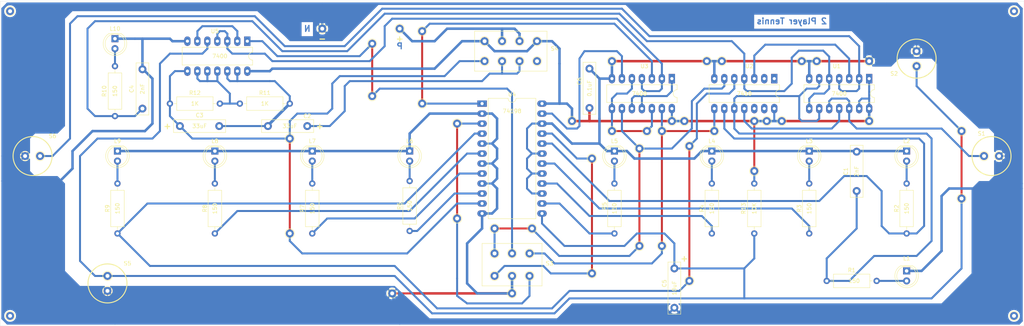
<source format=kicad_pcb>
(kicad_pcb (version 20171130) (host pcbnew "(5.1.10)-1")
  (layers (0 F.Cu signal) (31 B.Cu signal) (34 B.Paste user) (35 F.Paste user) (36 B.SilkS user) (37 F.SilkS user) (38 B.Mask user) (39 F.Mask user) (44 Edge.Cuts user))
  (net 0 "")
  (net 1 GND)
  (net 2 "Net-(C1-Pad1)")
  (net 3 "Net-(C2-Pad2)")
  (net 4 "Net-(C2-Pad1)")
  (net 5 "Net-(C3-Pad1)")
  (net 6 "Net-(R2-Pad2)")
  (net 7 "Net-(R3-Pad2)")
  (net 8 "Net-(R4-Pad2)")
  (net 9 "Net-(R5-Pad2)")
  (net 10 "Net-(R6-Pad2)")
  (net 11 "Net-(R7-Pad2)")
  (net 12 "Net-(R8-Pad2)")
  (net 13 "Net-(R9-Pad2)")
  (net 14 "Net-(R11-Pad1)")
  (net 15 "Net-(S3a1-Pad3)")
  (net 16 "Net-(S3a1-Pad2)")
  (net 17 "Net-(S3a1-Pad1)")
  (net 18 "Net-(S3b1-Pad3)")
  (net 19 "Net-(S3b1-Pad1)")
  (net 20 VCC)
  (net 21 "Net-(U1-Pad11)")
  (net 22 "Net-(U3-Pad6)")
  (net 23 "Net-(U3-Pad12)")
  (net 24 "Net-(U3-Pad1)")
  (net 25 "Net-(U3-Pad2)")
  (net 26 "Net-(U3-Pad3)")
  (net 27 "Net-(U5-Pad2)")
  (net 28 "Net-(S1-Pad1)")
  (net 29 "Net-(S6-Pad1)")
  (net 30 "Net-(L1-Pad2)")
  (net 31 "Net-(L2-Pad2)")
  (net 32 "Net-(L3-Pad2)")
  (net 33 "Net-(L4-Pad2)")
  (net 34 "Net-(L5-Pad2)")
  (net 35 "Net-(L6-Pad2)")
  (net 36 "Net-(L7-Pad2)")
  (net 37 "Net-(L8-Pad2)")
  (net 38 "Net-(L9-Pad2)")
  (net 39 "Net-(L10-Pad2)")
  (net 40 "Net-(C4-Pad1)")
  (net 41 "Net-(U1-Pad3)")
  (net 42 /RESET)
  (module TestPoint:TestPoint_THTPad_D2.0mm_Drill1.0mm (layer F.Cu) (at 212.09 61.595)
    (fp_text reference REF** hide)
    (fp_text value TestPoint_THTPad_D2.0mm_Drill1.0mm)
    (pad 1 thru_hole circle (at 0 0) (size 2 2) (drill 1) (layers *.Cu *.Mask) (net 20 VCC))
  )
  (module TestPoint:TestPoint_THTPad_D2.0mm_Drill1.0mm (layer F.Cu) (at 30.48 70.485 180)
    (fp_text reference REF** hide)
    (fp_text value TestPoint_THTPad_D2.0mm_Drill1.0mm)
    (pad 1 thru_hole circle (at 0 0 180) (size 2 2) (drill 1) (layers *.Cu *.Mask) (net 29 "Net-(S6-Pad1)"))
  )
  (module TestPoint:TestPoint_THTPad_D2.0mm_Drill1.0mm (layer F.Cu) (at 270.51 70.485)
    (fp_text reference REF** hide)
    (fp_text value TestPoint_THTPad_D2.0mm_Drill1.0mm)
    (pad 1 thru_hole circle (at 0 0) (size 2 2) (drill 1) (layers *.Cu *.Mask) (net 28 "Net-(S1-Pad1)"))
  )
  (module TestPoint:TestPoint_THTPad_D2.0mm_Drill1.0mm (layer F.Cu) (at 274.32 70.485)
    (fp_text reference REF** hide)
    (fp_text value TestPoint_THTPad_D2.0mm_Drill1.0mm)
    (pad 2 thru_hole circle (at 0 0) (size 2 2) (drill 1) (layers *.Cu *.Mask) (net 1 GND))
  )
  (module TestPoint:TestPoint_THTPad_D2.0mm_Drill1.0mm (layer F.Cu) (at 26.67 70.485 180)
    (fp_text reference REF** hide)
    (fp_text value TestPoint_THTPad_D2.0mm_Drill1.0mm)
    (pad 2 thru_hole circle (at 0 0 180) (size 2 2) (drill 1) (layers *.Cu *.Mask) (net 1 GND))
  )
  (module TestPoint:TestPoint_THTPad_D2.0mm_Drill1.0mm (layer F.Cu) (at 47.625 104.775 180)
    (fp_text reference REF** hide)
    (fp_text value TestPoint_THTPad_D2.0mm_Drill1.0mm)
    (pad 2 thru_hole circle (at 0 0 180) (size 2 2) (drill 1) (layers *.Cu *.Mask) (net 1 GND))
  )
  (module TestPoint:TestPoint_THTPad_D2.0mm_Drill1.0mm (layer F.Cu) (at 47.625 100.965 180)
    (fp_text reference REF** hide)
    (fp_text value TestPoint_THTPad_D2.0mm_Drill1.0mm)
    (pad 1 thru_hole circle (at 0 0 180) (size 2 2) (drill 1) (layers *.Cu *.Mask) (net 42 /RESET))
  )
  (module TestPoint:TestPoint_THTPad_D2.0mm_Drill1.0mm (layer F.Cu) (at 253.365 47.625)
    (fp_text reference REF** hide)
    (fp_text value TestPoint_THTPad_D2.0mm_Drill1.0mm)
    (pad 1 thru_hole circle (at 0 0) (size 2 2) (drill 1) (layers *.Cu *.Mask) (net 42 /RESET))
  )
  (module TestPoint:TestPoint_THTPad_D2.0mm_Drill1.0mm (layer F.Cu) (at 253.365 43.815)
    (fp_text reference REF** hide)
    (fp_text value TestPoint_THTPad_D2.0mm_Drill1.0mm)
    (pad 2 thru_hole circle (at 0 0) (size 2 2) (drill 1) (layers *.Cu *.Mask) (net 1 GND))
  )
  (module TestPoint:TestPoint_THTPad_D2.0mm_Drill1.0mm (layer F.Cu) (at 212.09 74.295)
    (fp_text reference REF** hide)
    (fp_text value TestPoint_THTPad_D2.0mm_Drill1.0mm)
    (pad 1 thru_hole circle (at 0 0) (size 2 2) (drill 1) (layers *.Cu *.Mask) (net 20 VCC))
  )
  (module TestPoint:TestPoint_THTPad_D2.0mm_Drill1.0mm (layer F.Cu) (at 120.015 105.41)
    (fp_text reference REF** hide)
    (fp_text value TestPoint_THTPad_D2.0mm_Drill1.0mm)
    (pad 1 thru_hole circle (at 0 0) (size 2 2) (drill 1) (layers *.Cu *.Mask) (net 1 GND))
  )
  (module TestPoint:TestPoint_THTPad_D2.0mm_Drill1.0mm (layer F.Cu) (at 150.495 105.41)
    (fp_text reference REF** hide)
    (fp_text value TestPoint_THTPad_D2.0mm_Drill1.0mm)
    (pad 1 thru_hole circle (at 0 0) (size 2 2) (drill 1) (layers *.Cu *.Mask) (net 1 GND))
  )
  (module TestPoint:TestPoint_THTPad_D2.0mm_Drill1.0mm (layer F.Cu) (at 184.785 64.135)
    (fp_text reference REF** hide)
    (fp_text value TestPoint_THTPad_D2.0mm_Drill1.0mm)
    (pad 1 thru_hole circle (at 0 0) (size 2 2) (drill 1) (layers *.Cu *.Mask) (net 23 "Net-(U3-Pad12)"))
  )
  (module TestPoint:TestPoint_THTPad_D2.0mm_Drill1.0mm (layer F.Cu) (at 191.135 61.595)
    (fp_text reference REF** hide)
    (fp_text value TestPoint_THTPad_D2.0mm_Drill1.0mm)
    (pad 1 thru_hole circle (at 0 0) (size 2 2) (drill 1) (layers *.Cu *.Mask) (net 20 VCC))
  )
  (module TestPoint:TestPoint_THTPad_D2.0mm_Drill1.0mm (layer F.Cu) (at 194.31 61.595)
    (fp_text reference REF** hide)
    (fp_text value TestPoint_THTPad_D2.0mm_Drill1.0mm)
    (pad 1 thru_hole circle (at 0 0) (size 2 2) (drill 1) (layers *.Cu *.Mask) (net 20 VCC))
  )
  (module TestPoint:TestPoint_THTPad_D2.0mm_Drill1.0mm (layer F.Cu) (at 175.895 64.135)
    (fp_text reference REF** hide)
    (fp_text value TestPoint_THTPad_D2.0mm_Drill1.0mm)
    (pad 1 thru_hole circle (at 0 0) (size 2 2) (drill 1) (layers *.Cu *.Mask) (net 23 "Net-(U3-Pad12)"))
  )
  (module TestPoint:TestPoint_THTPad_D2.0mm_Drill1.0mm (layer F.Cu) (at 215.265 61.595)
    (fp_text reference REF** hide)
    (fp_text value TestPoint_THTPad_D2.0mm_Drill1.0mm)
    (pad 1 thru_hole circle (at 0 0) (size 2 2) (drill 1) (layers *.Cu *.Mask) (net 20 VCC))
  )
  (module TestPoint:TestPoint_THTPad_D2.0mm_Drill1.0mm (layer F.Cu) (at 219.075 61.595)
    (fp_text reference REF** hide)
    (fp_text value TestPoint_THTPad_D2.0mm_Drill1.0mm)
    (pad 1 thru_hole circle (at 0 0) (size 2 2) (drill 1) (layers *.Cu *.Mask) (net 20 VCC))
  )
  (module TestPoint:TestPoint_THTPad_D2.0mm_Drill1.0mm (layer F.Cu) (at 241.3 61.595)
    (fp_text reference REF** hide)
    (fp_text value TestPoint_THTPad_D2.0mm_Drill1.0mm)
    (pad 1 thru_hole circle (at 0 0) (size 2 2) (drill 1) (layers *.Cu *.Mask) (net 20 VCC))
  )
  (module TestPoint:TestPoint_THTPad_D2.0mm_Drill1.0mm (layer F.Cu) (at 203.835 46.355)
    (fp_text reference REF** hide)
    (fp_text value TestPoint_THTPad_D2.0mm_Drill1.0mm)
    (pad 1 thru_hole circle (at 0 0) (size 2 2) (drill 1) (layers *.Cu *.Mask) (net 1 GND))
  )
  (module TestPoint:TestPoint_THTPad_D2.0mm_Drill1.0mm (layer F.Cu) (at 227.965 46.355)
    (fp_text reference REF** hide)
    (fp_text value TestPoint_THTPad_D2.0mm_Drill1.0mm)
    (pad 1 thru_hole circle (at 0 0) (size 2 2) (drill 1) (layers *.Cu *.Mask) (net 1 GND))
  )
  (module TestPoint:TestPoint_THTPad_D2.0mm_Drill1.0mm (layer F.Cu) (at 224.155 46.355)
    (fp_text reference REF** hide)
    (fp_text value TestPoint_THTPad_D2.0mm_Drill1.0mm)
    (pad 1 thru_hole circle (at 0 0) (size 2 2) (drill 1) (layers *.Cu *.Mask) (net 1 GND))
  )
  (module TestPoint:TestPoint_THTPad_D2.0mm_Drill1.0mm (layer F.Cu) (at 165.735 61.595)
    (fp_text reference REF** hide)
    (fp_text value TestPoint_THTPad_D2.0mm_Drill1.0mm)
    (pad 1 thru_hole circle (at 0 0) (size 2 2) (drill 1) (layers *.Cu *.Mask) (net 20 VCC))
  )
  (module TestPoint:TestPoint_THTPad_D2.0mm_Drill1.0mm (layer F.Cu) (at 241.3 46.355)
    (fp_text reference REF** hide)
    (fp_text value TestPoint_THTPad_D2.0mm_Drill1.0mm)
    (pad 1 thru_hole circle (at 0 0) (size 2 2) (drill 1) (layers *.Cu *.Mask) (net 1 GND))
  )
  (module TestPoint:TestPoint_THTPad_D2.0mm_Drill1.0mm (layer F.Cu) (at 175.895 46.355)
    (fp_text reference REF** hide)
    (fp_text value TestPoint_THTPad_D2.0mm_Drill1.0mm)
    (pad 1 thru_hole circle (at 0 0) (size 2 2) (drill 1) (layers *.Cu *.Mask) (net 1 GND))
  )
  (module TestPoint:TestPoint_THTPad_D2.0mm_Drill1.0mm (layer F.Cu) (at 200.025 46.355)
    (fp_text reference REF** hide)
    (fp_text value TestPoint_THTPad_D2.0mm_Drill1.0mm)
    (pad 1 thru_hole circle (at 0 0) (size 2 2) (drill 1) (layers *.Cu *.Mask) (net 1 GND))
  )
  (module TestPoint:TestPoint_THTPad_D2.0mm_Drill1.0mm (layer F.Cu) (at 264.795 64.135)
    (fp_text reference REF** hide)
    (fp_text value TestPoint_THTPad_D2.0mm_Drill1.0mm)
    (pad 1 thru_hole circle (at 0 0) (size 2 2) (drill 1) (layers *.Cu *.Mask) (net 42 /RESET))
  )
  (module TestPoint:TestPoint_THTPad_D2.0mm_Drill1.0mm (layer F.Cu) (at 201.93 64.135)
    (fp_text reference REF** hide)
    (fp_text value TestPoint_THTPad_D2.0mm_Drill1.0mm)
    (pad 1 thru_hole circle (at 0 0) (size 2 2) (drill 1) (layers *.Cu *.Mask) (net 17 "Net-(S3a1-Pad1)"))
  )
  (module TestPoint:TestPoint_THTPad_D2.0mm_Drill1.0mm (layer F.Cu) (at 195.58 67.945)
    (fp_text reference REF** hide)
    (fp_text value TestPoint_THTPad_D2.0mm_Drill1.0mm)
    (pad 1 thru_hole circle (at 0 0) (size 2 2) (drill 1) (layers *.Cu *.Mask) (net 13 "Net-(R9-Pad2)"))
  )
  (module TestPoint:TestPoint_THTPad_D2.0mm_Drill1.0mm (layer F.Cu) (at 188.595 64.135)
    (fp_text reference REF** hide)
    (fp_text value TestPoint_THTPad_D2.0mm_Drill1.0mm)
    (pad 1 thru_hole circle (at 0 0) (size 2 2) (drill 1) (layers *.Cu *.Mask) (net 17 "Net-(S3a1-Pad1)"))
  )
  (module TestPoint:TestPoint_THTPad_D2.0mm_Drill1.0mm (layer F.Cu) (at 182.88 68.58)
    (fp_text reference REF** hide)
    (fp_text value TestPoint_THTPad_D2.0mm_Drill1.0mm)
    (pad 1 thru_hole circle (at 0 0) (size 2 2) (drill 1) (layers *.Cu *.Mask) (net 15 "Net-(S3a1-Pad3)"))
  )
  (module TestPoint:TestPoint_THTPad_D2.0mm_Drill1.0mm (layer F.Cu) (at 182.88 93.345)
    (fp_text reference REF** hide)
    (fp_text value TestPoint_THTPad_D2.0mm_Drill1.0mm)
    (pad 1 thru_hole circle (at 0 0) (size 2 2) (drill 1) (layers *.Cu *.Mask) (net 15 "Net-(S3a1-Pad3)"))
  )
  (module TestPoint:TestPoint_THTPad_D2.0mm_Drill1.0mm (layer F.Cu) (at 170.815 71.12)
    (fp_text reference REF** hide)
    (fp_text value TestPoint_THTPad_D2.0mm_Drill1.0mm)
    (pad 1 thru_hole circle (at 0 0) (size 2 2) (drill 1) (layers *.Cu *.Mask) (net 18 "Net-(S3b1-Pad3)"))
  )
  (module TestPoint:TestPoint_THTPad_D2.0mm_Drill1.0mm (layer F.Cu) (at 155.575 88.9)
    (fp_text reference REF** hide)
    (fp_text value TestPoint_THTPad_D2.0mm_Drill1.0mm)
    (pad 1 thru_hole circle (at 0 0) (size 2 2) (drill 1) (layers *.Cu *.Mask) (net 15 "Net-(S3a1-Pad3)"))
  )
  (module TestPoint:TestPoint_THTPad_D2.0mm_Drill1.0mm (layer F.Cu) (at 264.795 81.28)
    (fp_text reference REF** hide)
    (fp_text value TestPoint_THTPad_D2.0mm_Drill1.0mm)
    (pad 1 thru_hole circle (at 0 0) (size 2 2) (drill 1) (layers *.Cu *.Mask) (net 42 /RESET))
  )
  (module TestPoint:TestPoint_THTPad_D2.0mm_Drill1.0mm (layer F.Cu) (at 195.58 102.235)
    (fp_text reference REF** hide)
    (fp_text value TestPoint_THTPad_D2.0mm_Drill1.0mm)
    (pad 1 thru_hole circle (at 0 0) (size 2 2) (drill 1) (layers *.Cu *.Mask) (net 13 "Net-(R9-Pad2)"))
  )
  (module TestPoint:TestPoint_THTPad_D2.0mm_Drill1.0mm (layer F.Cu) (at 188.595 93.345)
    (fp_text reference REF** hide)
    (fp_text value TestPoint_THTPad_D2.0mm_Drill1.0mm)
    (pad 1 thru_hole circle (at 0 0) (size 2 2) (drill 1) (layers *.Cu *.Mask) (net 17 "Net-(S3a1-Pad1)"))
  )
  (module TestPoint:TestPoint_THTPad_D2.0mm_Drill1.0mm (layer F.Cu) (at 170.815 100.33)
    (fp_text reference REF** hide)
    (fp_text value TestPoint_THTPad_D2.0mm_Drill1.0mm)
    (pad 1 thru_hole circle (at 0 0) (size 2 2) (drill 1) (layers *.Cu *.Mask) (net 18 "Net-(S3b1-Pad3)"))
  )
  (module TestPoint:TestPoint_THTPad_D2.0mm_Drill1.0mm (layer F.Cu) (at 146.05 88.9)
    (fp_text reference REF** hide)
    (fp_text value TestPoint_THTPad_D2.0mm_Drill1.0mm)
    (pad 1 thru_hole circle (at 0 0) (size 2 2) (drill 1) (layers *.Cu *.Mask) (net 15 "Net-(S3a1-Pad3)"))
  )
  (module TestPoint:TestPoint_THTPad_D2.0mm_Drill1.0mm (layer F.Cu) (at 93.98 66.04)
    (fp_text reference REF** hide)
    (fp_text value TestPoint_THTPad_D2.0mm_Drill1.0mm)
    (pad 1 thru_hole circle (at 0 0) (size 2 2) (drill 1) (layers *.Cu *.Mask) (net 5 "Net-(C3-Pad1)"))
  )
  (module TestPoint:TestPoint_THTPad_D2.0mm_Drill1.0mm (layer F.Cu) (at 93.98 90.17)
    (fp_text reference REF** hide)
    (fp_text value TestPoint_THTPad_D2.0mm_Drill1.0mm)
    (pad 1 thru_hole circle (at 0 0) (size 2 2) (drill 1) (layers *.Cu *.Mask) (net 5 "Net-(C3-Pad1)"))
  )
  (module TestPoint:TestPoint_THTPad_D2.0mm_Drill1.0mm (layer F.Cu) (at 136.525 86.36)
    (fp_text reference REF** hide)
    (fp_text value TestPoint_THTPad_D2.0mm_Drill1.0mm)
    (pad 1 thru_hole circle (at 0 0) (size 2 2) (drill 1) (layers *.Cu *.Mask) (net 19 "Net-(S3b1-Pad1)"))
  )
  (module TestPoint:TestPoint_THTPad_D2.0mm_Drill1.0mm (layer F.Cu) (at 136.525 62.23)
    (fp_text reference REF** hide)
    (fp_text value TestPoint_THTPad_D2.0mm_Drill1.0mm)
    (pad 1 thru_hole circle (at 0 0) (size 2 2) (drill 1) (layers *.Cu *.Mask) (net 19 "Net-(S3b1-Pad1)"))
  )
  (module TestPoint:TestPoint_THTPad_D2.0mm_Drill1.0mm (layer F.Cu) (at 114.935 41.91)
    (fp_text reference REF** hide)
    (fp_text value TestPoint_THTPad_D2.0mm_Drill1.0mm)
    (pad 1 thru_hole circle (at 0 0) (size 2 2) (drill 1) (layers *.Cu *.Mask) (net 16 "Net-(S3a1-Pad2)"))
  )
  (module TestPoint:TestPoint_THTPad_D2.0mm_Drill1.0mm (layer F.Cu) (at 127.635 38.735)
    (fp_text reference REF** hide)
    (fp_text value TestPoint_THTPad_D2.0mm_Drill1.0mm)
    (pad 1 thru_hole circle (at 0 0) (size 2 2) (drill 1) (layers *.Cu *.Mask) (net 26 "Net-(U3-Pad3)"))
  )
  (module TestPoint:TestPoint_THTPad_D2.0mm_Drill1.0mm (layer F.Cu) (at 114.935 55.245)
    (fp_text reference REF** hide)
    (fp_text value TestPoint_THTPad_D2.0mm_Drill1.0mm)
    (pad 1 thru_hole circle (at 0 0) (size 2 2) (drill 1) (layers *.Cu *.Mask) (net 16 "Net-(S3a1-Pad2)"))
  )
  (module TestPoint:TestPoint_THTPad_D2.0mm_Drill1.0mm (layer F.Cu) (at 127.635 57.15)
    (fp_text reference REF** hide)
    (fp_text value TestPoint_THTPad_D2.0mm_Drill1.0mm)
    (pad 1 thru_hole circle (at 0 0) (size 2 2) (drill 1) (layers *.Cu *.Mask) (net 26 "Net-(U3-Pad3)"))
  )
  (module TestPoint:TestPoint_THTPad_D2.0mm_Drill1.0mm (layer F.Cu) (at 278.13 33.655)
    (fp_text reference REF** hide)
    (fp_text value TestPoint_THTPad_D2.0mm_Drill1.0mm)
    (pad 1 thru_hole circle (at 0 0) (size 2 2) (drill 1) (layers *.Cu *.Mask))
  )
  (module TestPoint:TestPoint_THTPad_D2.0mm_Drill1.0mm (layer F.Cu) (at 278.13 111.125)
    (fp_text reference REF** hide)
    (fp_text value TestPoint_THTPad_D2.0mm_Drill1.0mm)
    (pad 1 thru_hole circle (at 0 0) (size 2 2) (drill 1) (layers *.Cu *.Mask))
  )
  (module TestPoint:TestPoint_THTPad_D2.0mm_Drill1.0mm (layer F.Cu) (at 22.86 111.125)
    (fp_text reference REF** hide)
    (fp_text value TestPoint_THTPad_D2.0mm_Drill1.0mm)
    (pad 1 thru_hole circle (at 0 0) (size 2 2) (drill 1) (layers *.Cu *.Mask))
  )
  (module TestPoint:TestPoint_THTPad_D2.0mm_Drill1.0mm (layer F.Cu) (at 22.86 33.655)
    (fp_text reference REF** hide)
    (fp_text value TestPoint_THTPad_D2.0mm_Drill1.0mm)
    (pad 1 thru_hole circle (at 0 0) (size 2 2) (drill 1) (layers *.Cu *.Mask))
  )
  (module Capacitor_THT:C_Rect_L13.0mm_W3.0mm_P10.00mm_FKS3_FKP3_MKS4 (layer F.Cu) (at 170.18 48.26 270)
    (fp_text reference C6 (at 3.175 2.54 90) (layer F.SilkS))
    (fp_text value 0.1uF (at 5 0 90) (layer F.SilkS))
    (pad 2 thru_hole circle (at 10 0 270) (size 2 2) (drill 1) (layers *.Cu *.Mask) (net 20 VCC))
    (pad 1 thru_hole circle (at 0 0 270) (size 2 2) (drill 1) (layers *.Cu *.Mask) (net 1 GND))
  )
  (module Resistor_THT:R_Axial_DIN0309_L9.0mm_D3.2mm_P12.70mm_Horizontal (layer F.Cu) (at 212.09 90.17 90)
    (fp_text reference R13 (at 6.35 -2.72 90) (layer F.SilkS))
    (fp_text value 10K (at 6.35 0 90) (layer F.SilkS))
    (pad 2 thru_hole oval (at 12.7 0 90) (size 1.6 1.6) (drill 0.8) (layers *.Cu *.Mask) (net 20 VCC))
    (pad 1 thru_hole circle (at 0 0 90) (size 1.6 1.6) (drill 0.8) (layers *.Cu *.Mask) (net 42 /RESET))
  )
  (module Capacitor_THT:C_Rect_L13.0mm_W3.0mm_P10.00mm_FKS3_FKP3_MKS4 (layer F.Cu) (at 191.77 99.06 270)
    (fp_text reference C5 (at 3.81 2.54 90) (layer F.SilkS))
    (fp_text value 10uF (at 5 0 90) (layer F.SilkS))
    (pad 2 thru_hole circle (at 10 0 270) (size 2 2) (drill 1) (layers *.Cu *.Mask) (net 1 GND))
    (pad 1 thru_hole circle (at 0 0 270) (size 2 2) (drill 1) (layers *.Cu *.Mask) (net 42 /RESET))
  )
  (module LED_THT:LED_D5.0mm (layer F.Cu) (at 49.53 40.64 270)
    (fp_text reference L10 (at -2.54 0 180) (layer F.SilkS))
    (fp_text value LED)
    (pad 2 thru_hole circle (at 2.54 0 270) (size 1.8 1.8) (drill 0.9) (layers *.Cu *.Mask) (net 39 "Net-(L10-Pad2)"))
    (pad 1 thru_hole rect (at 0 0 270) (size 1.8 1.8) (drill 0.9) (layers *.Cu *.Mask) (net 1 GND))
  )
  (module Package_DIP:DIP-14_W7.62mm_LongPads (layer F.Cu) (at 83.185 41.275 270)
    (fp_text reference U5 (at -2.54 8.255 180) (layer F.SilkS))
    (fp_text value 7400 (at 3.81 6.985 180) (layer F.SilkS))
    (pad 14 thru_hole oval (at 7.62 0 270) (size 2.4 1.6) (drill 0.8) (layers *.Cu *.Mask) (net 20 VCC))
    (pad 7 thru_hole oval (at 0 15.24 270) (size 2.4 1.6) (drill 0.8) (layers *.Cu *.Mask) (net 1 GND))
    (pad 13 thru_hole oval (at 7.62 2.54 270) (size 2.4 1.6) (drill 0.8) (layers *.Cu *.Mask) (net 3 "Net-(C2-Pad2)"))
    (pad 6 thru_hole oval (at 0 12.7 270) (size 2.4 1.6) (drill 0.8) (layers *.Cu *.Mask) (net 27 "Net-(U5-Pad2)"))
    (pad 12 thru_hole oval (at 7.62 5.08 270) (size 2.4 1.6) (drill 0.8) (layers *.Cu *.Mask) (net 3 "Net-(C2-Pad2)"))
    (pad 5 thru_hole oval (at 0 10.16 270) (size 2.4 1.6) (drill 0.8) (layers *.Cu *.Mask) (net 42 /RESET))
    (pad 11 thru_hole oval (at 7.62 7.62 270) (size 2.4 1.6) (drill 0.8) (layers *.Cu *.Mask) (net 14 "Net-(R11-Pad1)"))
    (pad 4 thru_hole oval (at 0 7.62 270) (size 2.4 1.6) (drill 0.8) (layers *.Cu *.Mask) (net 25 "Net-(U3-Pad2)"))
    (pad 10 thru_hole oval (at 7.62 10.16 270) (size 2.4 1.6) (drill 0.8) (layers *.Cu *.Mask) (net 14 "Net-(R11-Pad1)"))
    (pad 3 thru_hole oval (at 0 5.08 270) (size 2.4 1.6) (drill 0.8) (layers *.Cu *.Mask) (net 25 "Net-(U3-Pad2)"))
    (pad 9 thru_hole oval (at 7.62 12.7 270) (size 2.4 1.6) (drill 0.8) (layers *.Cu *.Mask) (net 14 "Net-(R11-Pad1)"))
    (pad 2 thru_hole oval (at 0 2.54 270) (size 2.4 1.6) (drill 0.8) (layers *.Cu *.Mask) (net 27 "Net-(U5-Pad2)"))
    (pad 8 thru_hole oval (at 7.62 15.24 270) (size 2.4 1.6) (drill 0.8) (layers *.Cu *.Mask) (net 5 "Net-(C3-Pad1)"))
    (pad 1 thru_hole rect (at 0 0 270) (size 2.4 1.6) (drill 0.8) (layers *.Cu *.Mask) (net 16 "Net-(S3a1-Pad2)"))
  )
  (module Package_DIP:DIP-24_W15.24mm_LongPads (layer F.Cu) (at 142.875 57.15)
    (fp_text reference U4 (at 7.62 -2.33) (layer F.SilkS))
    (fp_text value 74198 (at 7.62 1.905) (layer F.SilkS))
    (pad 24 thru_hole oval (at 15.24 0) (size 2.4 1.6) (drill 0.8) (layers *.Cu *.Mask) (net 20 VCC))
    (pad 12 thru_hole oval (at 0 27.94) (size 2.4 1.6) (drill 0.8) (layers *.Cu *.Mask) (net 1 GND))
    (pad 23 thru_hole oval (at 15.24 2.54) (size 2.4 1.6) (drill 0.8) (layers *.Cu *.Mask) (net 22 "Net-(U3-Pad6)"))
    (pad 11 thru_hole oval (at 0 25.4) (size 2.4 1.6) (drill 0.8) (layers *.Cu *.Mask) (net 5 "Net-(C3-Pad1)"))
    (pad 22 thru_hole oval (at 15.24 5.08) (size 2.4 1.6) (drill 0.8) (layers *.Cu *.Mask) (net 1 GND))
    (pad 10 thru_hole oval (at 0 22.86) (size 2.4 1.6) (drill 0.8) (layers *.Cu *.Mask) (net 10 "Net-(R6-Pad2)"))
    (pad 21 thru_hole oval (at 15.24 7.62) (size 2.4 1.6) (drill 0.8) (layers *.Cu *.Mask) (net 18 "Net-(S3b1-Pad3)"))
    (pad 9 thru_hole oval (at 0 20.32) (size 2.4 1.6) (drill 0.8) (layers *.Cu *.Mask) (net 1 GND))
    (pad 20 thru_hole oval (at 15.24 10.16) (size 2.4 1.6) (drill 0.8) (layers *.Cu *.Mask) (net 6 "Net-(R2-Pad2)"))
    (pad 8 thru_hole oval (at 0 17.78) (size 2.4 1.6) (drill 0.8) (layers *.Cu *.Mask) (net 11 "Net-(R7-Pad2)"))
    (pad 19 thru_hole oval (at 15.24 12.7) (size 2.4 1.6) (drill 0.8) (layers *.Cu *.Mask) (net 1 GND))
    (pad 7 thru_hole oval (at 0 15.24) (size 2.4 1.6) (drill 0.8) (layers *.Cu *.Mask) (net 1 GND))
    (pad 18 thru_hole oval (at 15.24 15.24) (size 2.4 1.6) (drill 0.8) (layers *.Cu *.Mask) (net 7 "Net-(R3-Pad2)"))
    (pad 6 thru_hole oval (at 0 12.7) (size 2.4 1.6) (drill 0.8) (layers *.Cu *.Mask) (net 12 "Net-(R8-Pad2)"))
    (pad 17 thru_hole oval (at 15.24 17.78) (size 2.4 1.6) (drill 0.8) (layers *.Cu *.Mask) (net 1 GND))
    (pad 5 thru_hole oval (at 0 10.16) (size 2.4 1.6) (drill 0.8) (layers *.Cu *.Mask) (net 1 GND))
    (pad 16 thru_hole oval (at 15.24 20.32) (size 2.4 1.6) (drill 0.8) (layers *.Cu *.Mask) (net 8 "Net-(R4-Pad2)"))
    (pad 4 thru_hole oval (at 0 7.62) (size 2.4 1.6) (drill 0.8) (layers *.Cu *.Mask) (net 13 "Net-(R9-Pad2)"))
    (pad 15 thru_hole oval (at 15.24 22.86) (size 2.4 1.6) (drill 0.8) (layers *.Cu *.Mask) (net 1 GND))
    (pad 3 thru_hole oval (at 0 5.08) (size 2.4 1.6) (drill 0.8) (layers *.Cu *.Mask) (net 19 "Net-(S3b1-Pad1)"))
    (pad 14 thru_hole oval (at 15.24 25.4) (size 2.4 1.6) (drill 0.8) (layers *.Cu *.Mask) (net 9 "Net-(R5-Pad2)"))
    (pad 2 thru_hole oval (at 0 2.54) (size 2.4 1.6) (drill 0.8) (layers *.Cu *.Mask) (net 1 GND))
    (pad 13 thru_hole oval (at 15.24 27.94) (size 2.4 1.6) (drill 0.8) (layers *.Cu *.Mask) (net 42 /RESET))
    (pad 1 thru_hole rect (at 0 0) (size 2.4 1.6) (drill 0.8) (layers *.Cu *.Mask) (net 26 "Net-(U3-Pad3)"))
  )
  (module Package_DIP:DIP-14_W7.62mm_LongPads (layer F.Cu) (at 191.135 50.8 270)
    (fp_text reference U3 (at -3.175 6.985 180) (layer F.SilkS))
    (fp_text value 7400 (at 3.81 8.255 180) (layer F.SilkS))
    (pad 14 thru_hole oval (at 7.62 0 270) (size 2.4 1.6) (drill 0.8) (layers *.Cu *.Mask) (net 20 VCC))
    (pad 7 thru_hole oval (at 0 15.24 270) (size 2.4 1.6) (drill 0.8) (layers *.Cu *.Mask) (net 1 GND))
    (pad 13 thru_hole oval (at 7.62 2.54 270) (size 2.4 1.6) (drill 0.8) (layers *.Cu *.Mask) (net 17 "Net-(S3a1-Pad1)"))
    (pad 6 thru_hole oval (at 0 12.7 270) (size 2.4 1.6) (drill 0.8) (layers *.Cu *.Mask) (net 22 "Net-(U3-Pad6)"))
    (pad 12 thru_hole oval (at 7.62 5.08 270) (size 2.4 1.6) (drill 0.8) (layers *.Cu *.Mask) (net 23 "Net-(U3-Pad12)"))
    (pad 5 thru_hole oval (at 0 10.16 270) (size 2.4 1.6) (drill 0.8) (layers *.Cu *.Mask) (net 23 "Net-(U3-Pad12)"))
    (pad 11 thru_hole oval (at 7.62 7.62 270) (size 2.4 1.6) (drill 0.8) (layers *.Cu *.Mask) (net 24 "Net-(U3-Pad1)"))
    (pad 4 thru_hole oval (at 0 7.62 270) (size 2.4 1.6) (drill 0.8) (layers *.Cu *.Mask) (net 25 "Net-(U3-Pad2)"))
    (pad 10 thru_hole oval (at 7.62 10.16 270) (size 2.4 1.6) (drill 0.8) (layers *.Cu *.Mask) (net 24 "Net-(U3-Pad1)"))
    (pad 3 thru_hole oval (at 0 5.08 270) (size 2.4 1.6) (drill 0.8) (layers *.Cu *.Mask) (net 26 "Net-(U3-Pad3)"))
    (pad 9 thru_hole oval (at 7.62 12.7 270) (size 2.4 1.6) (drill 0.8) (layers *.Cu *.Mask) (net 15 "Net-(S3a1-Pad3)"))
    (pad 2 thru_hole oval (at 0 2.54 270) (size 2.4 1.6) (drill 0.8) (layers *.Cu *.Mask) (net 25 "Net-(U3-Pad2)"))
    (pad 8 thru_hole oval (at 7.62 15.24 270) (size 2.4 1.6) (drill 0.8) (layers *.Cu *.Mask) (net 23 "Net-(U3-Pad12)"))
    (pad 1 thru_hole rect (at 0 0 270) (size 2.4 1.6) (drill 0.8) (layers *.Cu *.Mask) (net 24 "Net-(U3-Pad1)"))
  )
  (module Package_DIP:DIP-14_W7.62mm_LongPads (layer F.Cu) (at 217.17 50.8 270)
    (fp_text reference U2 (at -3.175 6.35 180) (layer F.SilkS))
    (fp_text value 7410 (at 3.81 7.62 180) (layer F.SilkS))
    (pad 14 thru_hole oval (at 7.62 0 270) (size 2.4 1.6) (drill 0.8) (layers *.Cu *.Mask) (net 20 VCC))
    (pad 7 thru_hole oval (at 0 15.24 270) (size 2.4 1.6) (drill 0.8) (layers *.Cu *.Mask) (net 1 GND))
    (pad 13 thru_hole oval (at 7.62 2.54 270) (size 2.4 1.6) (drill 0.8) (layers *.Cu *.Mask))
    (pad 6 thru_hole oval (at 0 12.7 270) (size 2.4 1.6) (drill 0.8) (layers *.Cu *.Mask) (net 15 "Net-(S3a1-Pad3)"))
    (pad 12 thru_hole oval (at 7.62 5.08 270) (size 2.4 1.6) (drill 0.8) (layers *.Cu *.Mask))
    (pad 5 thru_hole oval (at 0 10.16 270) (size 2.4 1.6) (drill 0.8) (layers *.Cu *.Mask) (net 13 "Net-(R9-Pad2)"))
    (pad 11 thru_hole oval (at 7.62 7.62 270) (size 2.4 1.6) (drill 0.8) (layers *.Cu *.Mask) (net 21 "Net-(U1-Pad11)"))
    (pad 4 thru_hole oval (at 0 7.62 270) (size 2.4 1.6) (drill 0.8) (layers *.Cu *.Mask) (net 40 "Net-(C4-Pad1)"))
    (pad 10 thru_hole oval (at 7.62 10.16 270) (size 2.4 1.6) (drill 0.8) (layers *.Cu *.Mask) (net 2 "Net-(C1-Pad1)"))
    (pad 3 thru_hole oval (at 0 5.08 270) (size 2.4 1.6) (drill 0.8) (layers *.Cu *.Mask) (net 41 "Net-(U1-Pad3)"))
    (pad 9 thru_hole oval (at 7.62 12.7 270) (size 2.4 1.6) (drill 0.8) (layers *.Cu *.Mask) (net 6 "Net-(R2-Pad2)"))
    (pad 2 thru_hole oval (at 0 2.54 270) (size 2.4 1.6) (drill 0.8) (layers *.Cu *.Mask))
    (pad 8 thru_hole oval (at 7.62 15.24 270) (size 2.4 1.6) (drill 0.8) (layers *.Cu *.Mask) (net 17 "Net-(S3a1-Pad1)"))
    (pad 1 thru_hole rect (at 0 0 270) (size 2.4 1.6) (drill 0.8) (layers *.Cu *.Mask))
  )
  (module Package_DIP:DIP-14_W7.62mm_LongPads (layer F.Cu) (at 241.3 50.8 270)
    (fp_text reference U1 (at -3.175 8.255 180) (layer F.SilkS))
    (fp_text value 7400 (at 3.81 7.62 180) (layer F.SilkS))
    (pad 14 thru_hole oval (at 7.62 0 270) (size 2.4 1.6) (drill 0.8) (layers *.Cu *.Mask) (net 20 VCC))
    (pad 7 thru_hole oval (at 0 15.24 270) (size 2.4 1.6) (drill 0.8) (layers *.Cu *.Mask) (net 1 GND))
    (pad 13 thru_hole oval (at 7.62 2.54 270) (size 2.4 1.6) (drill 0.8) (layers *.Cu *.Mask) (net 20 VCC))
    (pad 6 thru_hole oval (at 0 12.7 270) (size 2.4 1.6) (drill 0.8) (layers *.Cu *.Mask) (net 2 "Net-(C1-Pad1)"))
    (pad 12 thru_hole oval (at 7.62 5.08 270) (size 2.4 1.6) (drill 0.8) (layers *.Cu *.Mask) (net 28 "Net-(S1-Pad1)"))
    (pad 5 thru_hole oval (at 0 10.16 270) (size 2.4 1.6) (drill 0.8) (layers *.Cu *.Mask) (net 40 "Net-(C4-Pad1)"))
    (pad 11 thru_hole oval (at 7.62 7.62 270) (size 2.4 1.6) (drill 0.8) (layers *.Cu *.Mask) (net 21 "Net-(U1-Pad11)"))
    (pad 4 thru_hole oval (at 0 7.62 270) (size 2.4 1.6) (drill 0.8) (layers *.Cu *.Mask) (net 29 "Net-(S6-Pad1)"))
    (pad 10 thru_hole oval (at 7.62 10.16 270) (size 2.4 1.6) (drill 0.8) (layers *.Cu *.Mask) (net 28 "Net-(S1-Pad1)"))
    (pad 3 thru_hole oval (at 0 5.08 270) (size 2.4 1.6) (drill 0.8) (layers *.Cu *.Mask) (net 41 "Net-(U1-Pad3)"))
    (pad 9 thru_hole oval (at 7.62 12.7 270) (size 2.4 1.6) (drill 0.8) (layers *.Cu *.Mask) (net 2 "Net-(C1-Pad1)"))
    (pad 2 thru_hole oval (at 0 2.54 270) (size 2.4 1.6) (drill 0.8) (layers *.Cu *.Mask) (net 29 "Net-(S6-Pad1)"))
    (pad 8 thru_hole oval (at 7.62 15.24 270) (size 2.4 1.6) (drill 0.8) (layers *.Cu *.Mask) (net 40 "Net-(C4-Pad1)"))
    (pad 1 thru_hole rect (at 0 0 270) (size 2.4 1.6) (drill 0.8) (layers *.Cu *.Mask) (net 20 VCC))
  )
  (module Resistor_THT:R_Axial_DIN0309_L9.0mm_D3.2mm_P12.70mm_Horizontal (layer F.Cu) (at 63.5 57.15)
    (fp_text reference R12 (at 6.35 -2.72) (layer F.SilkS))
    (fp_text value 1K (at 6.35 0) (layer F.SilkS))
    (pad 2 thru_hole oval (at 12.7 0) (size 1.6 1.6) (drill 0.8) (layers *.Cu *.Mask) (net 14 "Net-(R11-Pad1)"))
    (pad 1 thru_hole circle (at 0 0) (size 1.6 1.6) (drill 0.8) (layers *.Cu *.Mask) (net 5 "Net-(C3-Pad1)"))
  )
  (module Resistor_THT:R_Axial_DIN0309_L9.0mm_D3.2mm_P12.70mm_Horizontal (layer F.Cu) (at 81.28 57.15)
    (fp_text reference R11 (at 6.35 -2.72) (layer F.SilkS))
    (fp_text value 1K (at 6.35 0) (layer F.SilkS))
    (pad 2 thru_hole oval (at 12.7 0) (size 1.6 1.6) (drill 0.8) (layers *.Cu *.Mask) (net 3 "Net-(C2-Pad2)"))
    (pad 1 thru_hole circle (at 0 0) (size 1.6 1.6) (drill 0.8) (layers *.Cu *.Mask) (net 14 "Net-(R11-Pad1)"))
  )
  (module Resistor_THT:R_Axial_DIN0309_L9.0mm_D3.2mm_P12.70mm_Horizontal (layer F.Cu) (at 49.53 60.325 90)
    (fp_text reference R10 (at 6.35 -2.72 90) (layer F.SilkS))
    (fp_text value 150 (at 6.35 0 90) (layer F.SilkS))
    (pad 2 thru_hole oval (at 12.7 0 90) (size 1.6 1.6) (drill 0.8) (layers *.Cu *.Mask) (net 39 "Net-(L10-Pad2)"))
    (pad 1 thru_hole circle (at 0 0 90) (size 1.6 1.6) (drill 0.8) (layers *.Cu *.Mask) (net 40 "Net-(C4-Pad1)"))
  )
  (module Resistor_THT:R_Axial_DIN0309_L9.0mm_D3.2mm_P12.70mm_Horizontal (layer F.Cu) (at 50.165 77.47 270)
    (fp_text reference R9 (at 6.35 2.54 90) (layer F.SilkS))
    (fp_text value 150 (at 6.35 0 90) (layer F.SilkS))
    (pad 2 thru_hole oval (at 12.7 0 270) (size 1.6 1.6) (drill 0.8) (layers *.Cu *.Mask) (net 13 "Net-(R9-Pad2)"))
    (pad 1 thru_hole circle (at 0 0 270) (size 1.6 1.6) (drill 0.8) (layers *.Cu *.Mask) (net 38 "Net-(L9-Pad2)"))
  )
  (module Resistor_THT:R_Axial_DIN0309_L9.0mm_D3.2mm_P12.70mm_Horizontal (layer F.Cu) (at 74.93 77.47 270)
    (fp_text reference R8 (at 6.35 2.54 90) (layer F.SilkS))
    (fp_text value 150 (at 6.35 0 90) (layer F.SilkS))
    (pad 2 thru_hole oval (at 12.7 0 270) (size 1.6 1.6) (drill 0.8) (layers *.Cu *.Mask) (net 12 "Net-(R8-Pad2)"))
    (pad 1 thru_hole circle (at 0 0 270) (size 1.6 1.6) (drill 0.8) (layers *.Cu *.Mask) (net 37 "Net-(L8-Pad2)"))
  )
  (module Resistor_THT:R_Axial_DIN0309_L9.0mm_D3.2mm_P12.70mm_Horizontal (layer F.Cu) (at 99.695 77.47 270)
    (fp_text reference R7 (at 6.35 2.54 90) (layer F.SilkS))
    (fp_text value 150 (at 6.35 0 90) (layer F.SilkS))
    (pad 2 thru_hole oval (at 12.7 0 270) (size 1.6 1.6) (drill 0.8) (layers *.Cu *.Mask) (net 11 "Net-(R7-Pad2)"))
    (pad 1 thru_hole circle (at 0 0 270) (size 1.6 1.6) (drill 0.8) (layers *.Cu *.Mask) (net 36 "Net-(L7-Pad2)"))
  )
  (module Resistor_THT:R_Axial_DIN0309_L9.0mm_D3.2mm_P12.70mm_Horizontal (layer F.Cu) (at 124.46 76.835 270)
    (fp_text reference R6 (at 6.35 2.54 90) (layer F.SilkS))
    (fp_text value 150 (at 6.35 0 90) (layer F.SilkS))
    (pad 2 thru_hole oval (at 12.7 0 270) (size 1.6 1.6) (drill 0.8) (layers *.Cu *.Mask) (net 10 "Net-(R6-Pad2)"))
    (pad 1 thru_hole circle (at 0 0 270) (size 1.6 1.6) (drill 0.8) (layers *.Cu *.Mask) (net 35 "Net-(L6-Pad2)"))
  )
  (module Resistor_THT:R_Axial_DIN0309_L9.0mm_D3.2mm_P12.70mm_Horizontal (layer F.Cu) (at 176.53 77.47 270)
    (fp_text reference R5 (at 5.715 2.54 90) (layer F.SilkS))
    (fp_text value 150 (at 6.35 0 90) (layer F.SilkS))
    (pad 2 thru_hole oval (at 12.7 0 270) (size 1.6 1.6) (drill 0.8) (layers *.Cu *.Mask) (net 9 "Net-(R5-Pad2)"))
    (pad 1 thru_hole circle (at 0 0 270) (size 1.6 1.6) (drill 0.8) (layers *.Cu *.Mask) (net 34 "Net-(L5-Pad2)"))
  )
  (module Resistor_THT:R_Axial_DIN0309_L9.0mm_D3.2mm_P12.70mm_Horizontal (layer F.Cu) (at 201.295 77.47 270)
    (fp_text reference R4 (at 6.35 2.54 90) (layer F.SilkS))
    (fp_text value 150 (at 6.35 0 90) (layer F.SilkS))
    (pad 2 thru_hole oval (at 12.7 0 270) (size 1.6 1.6) (drill 0.8) (layers *.Cu *.Mask) (net 8 "Net-(R4-Pad2)"))
    (pad 1 thru_hole circle (at 0 0 270) (size 1.6 1.6) (drill 0.8) (layers *.Cu *.Mask) (net 33 "Net-(L4-Pad2)"))
  )
  (module Resistor_THT:R_Axial_DIN0309_L9.0mm_D3.2mm_P12.70mm_Horizontal (layer F.Cu) (at 226.06 77.47 270)
    (fp_text reference R3 (at 6.35 2.54 90) (layer F.SilkS))
    (fp_text value 150 (at 6.35 0 90) (layer F.SilkS))
    (pad 2 thru_hole oval (at 12.7 0 270) (size 1.6 1.6) (drill 0.8) (layers *.Cu *.Mask) (net 7 "Net-(R3-Pad2)"))
    (pad 1 thru_hole circle (at 0 0 270) (size 1.6 1.6) (drill 0.8) (layers *.Cu *.Mask) (net 32 "Net-(L3-Pad2)"))
  )
  (module Resistor_THT:R_Axial_DIN0309_L9.0mm_D3.2mm_P12.70mm_Horizontal (layer F.Cu) (at 250.825 77.47 270)
    (fp_text reference R2 (at 6.35 2.54 90) (layer F.SilkS))
    (fp_text value 150 (at 6.35 0 90) (layer F.SilkS))
    (pad 2 thru_hole oval (at 12.7 0 270) (size 1.6 1.6) (drill 0.8) (layers *.Cu *.Mask) (net 6 "Net-(R2-Pad2)"))
    (pad 1 thru_hole circle (at 0 0 270) (size 1.6 1.6) (drill 0.8) (layers *.Cu *.Mask) (net 31 "Net-(L2-Pad2)"))
  )
  (module Resistor_THT:R_Axial_DIN0309_L9.0mm_D3.2mm_P12.70mm_Horizontal (layer F.Cu) (at 230.505 102.235)
    (fp_text reference R1 (at 6.35 -2.72) (layer F.SilkS))
    (fp_text value 150 (at 6.985 0) (layer F.SilkS))
    (pad 2 thru_hole oval (at 12.7 0) (size 1.6 1.6) (drill 0.8) (layers *.Cu *.Mask) (net 30 "Net-(L1-Pad2)"))
    (pad 1 thru_hole circle (at 0 0) (size 1.6 1.6) (drill 0.8) (layers *.Cu *.Mask) (net 2 "Net-(C1-Pad1)"))
  )
  (module LED_THT:LED_D5.0mm (layer F.Cu) (at 50.165 69.215 270)
    (fp_text reference L9 (at -2.54 0 180) (layer F.SilkS))
    (fp_text value LED)
    (pad 2 thru_hole circle (at 2.54 0 270) (size 1.8 1.8) (drill 0.9) (layers *.Cu *.Mask) (net 38 "Net-(L9-Pad2)"))
    (pad 1 thru_hole rect (at 0 0 270) (size 1.8 1.8) (drill 0.9) (layers *.Cu *.Mask) (net 1 GND))
  )
  (module LED_THT:LED_D5.0mm (layer F.Cu) (at 74.93 69.215 270)
    (fp_text reference L8 (at -2.54 0 180) (layer F.SilkS))
    (fp_text value LED)
    (pad 2 thru_hole circle (at 2.54 0 270) (size 1.8 1.8) (drill 0.9) (layers *.Cu *.Mask) (net 37 "Net-(L8-Pad2)"))
    (pad 1 thru_hole rect (at 0 0 270) (size 1.8 1.8) (drill 0.9) (layers *.Cu *.Mask) (net 1 GND))
  )
  (module LED_THT:LED_D5.0mm (layer F.Cu) (at 99.695 69.215 270)
    (fp_text reference L7 (at -2.54 0 180) (layer F.SilkS))
    (fp_text value LED)
    (pad 2 thru_hole circle (at 2.54 0 270) (size 1.8 1.8) (drill 0.9) (layers *.Cu *.Mask) (net 36 "Net-(L7-Pad2)"))
    (pad 1 thru_hole rect (at 0 0 270) (size 1.8 1.8) (drill 0.9) (layers *.Cu *.Mask) (net 1 GND))
  )
  (module LED_THT:LED_D5.0mm (layer F.Cu) (at 124.46 69.215 270)
    (fp_text reference L6 (at -2.54 0 180) (layer F.SilkS))
    (fp_text value LED)
    (pad 2 thru_hole circle (at 2.54 0 270) (size 1.8 1.8) (drill 0.9) (layers *.Cu *.Mask) (net 35 "Net-(L6-Pad2)"))
    (pad 1 thru_hole rect (at 0 0 270) (size 1.8 1.8) (drill 0.9) (layers *.Cu *.Mask) (net 1 GND))
  )
  (module LED_THT:LED_D5.0mm (layer F.Cu) (at 176.53 69.215 270)
    (fp_text reference L5 (at -2.54 0 180) (layer F.SilkS))
    (fp_text value LED)
    (pad 2 thru_hole circle (at 2.54 0 270) (size 1.8 1.8) (drill 0.9) (layers *.Cu *.Mask) (net 34 "Net-(L5-Pad2)"))
    (pad 1 thru_hole rect (at 0 0 270) (size 1.8 1.8) (drill 0.9) (layers *.Cu *.Mask) (net 1 GND))
  )
  (module LED_THT:LED_D5.0mm (layer F.Cu) (at 201.295 69.215 270)
    (fp_text reference L4 (at -2.54 0 180) (layer F.SilkS))
    (fp_text value LED)
    (pad 2 thru_hole circle (at 2.54 0 270) (size 1.8 1.8) (drill 0.9) (layers *.Cu *.Mask) (net 33 "Net-(L4-Pad2)"))
    (pad 1 thru_hole rect (at 0 0 270) (size 1.8 1.8) (drill 0.9) (layers *.Cu *.Mask) (net 1 GND))
  )
  (module LED_THT:LED_D5.0mm (layer F.Cu) (at 226.06 69.215 270)
    (fp_text reference L3 (at -2.54 0 180) (layer F.SilkS))
    (fp_text value LED)
    (pad 2 thru_hole circle (at 2.54 0 270) (size 1.8 1.8) (drill 0.9) (layers *.Cu *.Mask) (net 32 "Net-(L3-Pad2)"))
    (pad 1 thru_hole rect (at 0 0 270) (size 1.8 1.8) (drill 0.9) (layers *.Cu *.Mask) (net 1 GND))
  )
  (module LED_THT:LED_D5.0mm (layer F.Cu) (at 250.825 69.215 270)
    (fp_text reference L2 (at -2.54 0 180) (layer F.SilkS))
    (fp_text value LED)
    (pad 2 thru_hole circle (at 2.54 0 270) (size 1.8 1.8) (drill 0.9) (layers *.Cu *.Mask) (net 31 "Net-(L2-Pad2)"))
    (pad 1 thru_hole rect (at 0 0 270) (size 1.8 1.8) (drill 0.9) (layers *.Cu *.Mask) (net 1 GND))
  )
  (module LED_THT:LED_D5.0mm (layer F.Cu) (at 250.825 99.695 270)
    (fp_text reference L1 (at -3.175 0 180) (layer F.SilkS))
    (fp_text value LED)
    (pad 2 thru_hole circle (at 2.54 0 270) (size 1.8 1.8) (drill 0.9) (layers *.Cu *.Mask) (net 30 "Net-(L1-Pad2)"))
    (pad 1 thru_hole rect (at 0 0 270) (size 1.8 1.8) (drill 0.9) (layers *.Cu *.Mask) (net 1 GND))
  )
  (module Capacitor_THT:C_Rect_L13.0mm_W3.0mm_P10.00mm_FKS3_FKP3_MKS4 (layer F.Cu) (at 56.515 58.42 90)
    (fp_text reference C4 (at 5 -2.75 90) (layer F.SilkS))
    (fp_text value 2nF (at 5 0 90) (layer F.SilkS))
    (pad 2 thru_hole circle (at 10 0 90) (size 2 2) (drill 1) (layers *.Cu *.Mask) (net 1 GND))
    (pad 1 thru_hole circle (at 0 0 90) (size 2 2) (drill 1) (layers *.Cu *.Mask) (net 40 "Net-(C4-Pad1)"))
  )
  (module Capacitor_THT:C_Rect_L13.0mm_W3.0mm_P10.00mm_FKS3_FKP3_MKS4 (layer F.Cu) (at 66.04 62.865)
    (fp_text reference C3 (at 5 -2.75) (layer F.SilkS))
    (fp_text value 33uF (at 5 0) (layer F.SilkS))
    (pad 2 thru_hole circle (at 10 0) (size 2 2) (drill 1) (layers *.Cu *.Mask) (net 3 "Net-(C2-Pad2)"))
    (pad 1 thru_hole circle (at 0 0) (size 2 2) (drill 1) (layers *.Cu *.Mask) (net 5 "Net-(C3-Pad1)"))
  )
  (module Capacitor_THT:C_Rect_L13.0mm_W3.0mm_P10.00mm_FKS3_FKP3_MKS4 (layer F.Cu) (at 98.425 62.865 180)
    (fp_text reference C2 (at 0 2.54) (layer F.SilkS))
    (fp_text value 33uF (at 4.445 0) (layer F.SilkS))
    (pad 2 thru_hole circle (at 10 0 180) (size 2 2) (drill 1) (layers *.Cu *.Mask) (net 3 "Net-(C2-Pad2)"))
    (pad 1 thru_hole circle (at 0 0 180) (size 2 2) (drill 1) (layers *.Cu *.Mask) (net 4 "Net-(C2-Pad1)"))
  )
  (module Capacitor_THT:C_Rect_L13.0mm_W3.0mm_P10.00mm_FKS3_FKP3_MKS4 (layer F.Cu) (at 238.125 79.375 90)
    (fp_text reference C1 (at 5 -2.75 90) (layer F.SilkS))
    (fp_text value 2nF (at 5 0 90) (layer F.SilkS))
    (pad 2 thru_hole circle (at 10 0 90) (size 2 2) (drill 1) (layers *.Cu *.Mask) (net 1 GND))
    (pad 1 thru_hole circle (at 0 0 90) (size 2 2) (drill 1) (layers *.Cu *.Mask) (net 2 "Net-(C1-Pad1)"))
  )
  (module TestPoint:TestPoint_THTPad_D2.0mm_Drill1.0mm (layer F.Cu) (at 102.235 38.1)
    (fp_text reference REF** hide)
    (fp_text value TestPoint_THTPad_D2.0mm_Drill1.0mm)
    (pad 1 thru_hole circle (at 0 0) (size 2 2) (drill 1) (layers *.Cu *.Mask) (net 1 GND))
  )
  (module TestPoint:TestPoint_THTPad_D2.0mm_Drill1.0mm (layer F.Cu) (at 121.92 38.1)
    (fp_text reference REF** hide)
    (fp_text value TestPoint_THTPad_D2.0mm_Drill1.0mm)
    (pad 1 thru_hole circle (at 0 0) (size 2 2) (drill 1) (layers *.Cu *.Mask))
  )
  (module TestPoint:TestPoint_THTPad_D2.0mm_Drill1.0mm (layer F.Cu) (at 146.05 100.965)
    (fp_text reference REF** hide)
    (fp_text value TestPoint_THTPad_D2.0mm_Drill1.0mm)
    (pad 1 thru_hole circle (at 0 0) (size 2 2) (drill 1) (layers *.Cu *.Mask) (net 18 "Net-(S3b1-Pad3)"))
  )
  (module TestPoint:TestPoint_THTPad_D2.0mm_Drill1.0mm (layer F.Cu) (at 150.495 100.965)
    (fp_text reference REF** hide)
    (fp_text value TestPoint_THTPad_D2.0mm_Drill1.0mm)
    (pad 1 thru_hole circle (at 0 0) (size 2 2) (drill 1) (layers *.Cu *.Mask) (net 1 GND))
  )
  (module TestPoint:TestPoint_THTPad_D2.0mm_Drill1.0mm (layer F.Cu) (at 154.94 100.965)
    (fp_text reference REF** hide)
    (fp_text value TestPoint_THTPad_D2.0mm_Drill1.0mm)
    (pad 1 thru_hole circle (at 0 0) (size 2 2) (drill 1) (layers *.Cu *.Mask) (net 19 "Net-(S3b1-Pad1)"))
  )
  (module TestPoint:TestPoint_THTPad_D2.0mm_Drill1.0mm (layer F.Cu) (at 146.05 95.25)
    (fp_text reference REF** hide)
    (fp_text value TestPoint_THTPad_D2.0mm_Drill1.0mm)
    (pad 1 thru_hole circle (at 0 0) (size 2 2) (drill 1) (layers *.Cu *.Mask) (net 15 "Net-(S3a1-Pad3)"))
  )
  (module TestPoint:TestPoint_THTPad_D2.0mm_Drill1.0mm (layer F.Cu) (at 150.495 95.25)
    (fp_text reference REF** hide)
    (fp_text value TestPoint_THTPad_D2.0mm_Drill1.0mm)
    (pad 1 thru_hole circle (at 0 0) (size 2 2) (drill 1) (layers *.Cu *.Mask) (net 16 "Net-(S3a1-Pad2)"))
  )
  (module TestPoint:TestPoint_THTPad_D2.0mm_Drill1.0mm (layer F.Cu) (at 154.94 95.25)
    (fp_text reference REF** hide)
    (fp_text value TestPoint_THTPad_D2.0mm_Drill1.0mm)
    (pad 1 thru_hole circle (at 0 0) (size 2 2) (drill 1) (layers *.Cu *.Mask) (net 17 "Net-(S3a1-Pad1)"))
  )
  (module TestPoint:TestPoint_THTPad_D2.0mm_Drill1.0mm (layer F.Cu) (at 143.51 46.355)
    (fp_text reference REF** hide)
    (fp_text value TestPoint_THTPad_D2.0mm_Drill1.0mm)
    (pad 1 thru_hole circle (at 0 0) (size 2 2) (drill 1) (layers *.Cu *.Mask) (net 5 "Net-(C3-Pad1)"))
  )
  (module TestPoint:TestPoint_THTPad_D2.0mm_Drill1.0mm (layer F.Cu) (at 147.955 46.355)
    (fp_text reference REF** hide)
    (fp_text value TestPoint_THTPad_D2.0mm_Drill1.0mm)
    (pad 1 thru_hole circle (at 0 0) (size 2 2) (drill 1) (layers *.Cu *.Mask) (net 4 "Net-(C2-Pad1)"))
  )
  (module TestPoint:TestPoint_THTPad_D2.0mm_Drill1.0mm (layer F.Cu) (at 152.4 46.355)
    (fp_text reference REF** hide)
    (fp_text value TestPoint_THTPad_D2.0mm_Drill1.0mm)
    (pad 1 thru_hole circle (at 0 0) (size 2 2) (drill 1) (layers *.Cu *.Mask) (net 4 "Net-(C2-Pad1)"))
  )
  (module TestPoint:TestPoint_THTPad_D2.0mm_Drill1.0mm (layer F.Cu) (at 156.845 46.355)
    (fp_text reference REF** hide)
    (fp_text value TestPoint_THTPad_D2.0mm_Drill1.0mm)
    (pad 1 thru_hole circle (at 0 0) (size 2 2) (drill 1) (layers *.Cu *.Mask))
  )
  (module TestPoint:TestPoint_THTPad_D2.0mm_Drill1.0mm (layer F.Cu) (at 143.51 41.275)
    (fp_text reference REF** hide)
    (fp_text value TestPoint_THTPad_D2.0mm_Drill1.0mm)
    (pad 1 thru_hole circle (at 0 0) (size 2 2) (drill 1) (layers *.Cu *.Mask) (net 20 VCC))
  )
  (module TestPoint:TestPoint_THTPad_D2.0mm_Drill1.0mm (layer F.Cu) (at 147.955 41.275)
    (fp_text reference REF** hide)
    (fp_text value TestPoint_THTPad_D2.0mm_Drill1.0mm)
    (pad 1 thru_hole circle (at 0 0) (size 2 2) (drill 1) (layers *.Cu *.Mask))
  )
  (module TestPoint:TestPoint_THTPad_D2.0mm_Drill1.0mm (layer F.Cu) (at 152.4 41.275)
    (fp_text reference REF** hide)
    (fp_text value TestPoint_THTPad_D2.0mm_Drill1.0mm)
    (pad 1 thru_hole circle (at 0 0) (size 2 2) (drill 1) (layers *.Cu *.Mask))
  )
  (module TestPoint:TestPoint_THTPad_D2.0mm_Drill1.0mm (layer F.Cu) (at 156.845 41.275)
    (fp_text reference REF** hide)
    (fp_text value TestPoint_THTPad_D2.0mm_Drill1.0mm)
    (pad 1 thru_hole circle (at 0 0) (size 2 2) (drill 1) (layers *.Cu *.Mask) (net 20 VCC))
  )
  (gr_circle (center 272.415 70.485) (end 277.374509 70.485) (layer F.SilkS) (width 0.254))
  (gr_text S1 (at 269.875 64.77) (layer F.SilkS) (effects (font (size 1 1))))
  (gr_circle (center 28.58 70.485) (end 33.539509 70.485) (layer F.SilkS) (width 0.254))
  (gr_text S6 (at 33.66 65.405) (layer F.SilkS) (effects (font (size 1 1))))
  (gr_circle (center 47.625 102.87) (end 52.584509 102.87) (layer F.SilkS) (width 0.254))
  (gr_text S5 (at 52.705 97.79) (layer F.SilkS) (effects (font (size 1 1))))
  (gr_text S2 (at 247.65 49.53) (layer F.SilkS) (effects (font (size 1 1))))
  (gr_circle (center 253.365 45.72) (end 258.324509 45.72) (layer F.SilkS) (width 0.254))
  (gr_text + (at 194.31 96.52) (layer F.SilkS) (effects (font (size 1.5 1.5) (thickness 0.3)) (justify mirror)))
  (gr_text N (at 98.425 38.1) (layer B.Cu) (effects (font (size 1.5 1.5) (thickness 0.3)) (justify mirror)))
  (gr_text P (at 121.92 42.545) (layer B.Cu) (effects (font (size 1.5 1.5) (thickness 0.3)) (justify mirror)))
  (gr_text + (at 101.6 62.865) (layer F.SilkS) (effects (font (size 1.5 1.5) (thickness 0.3)) (justify mirror)))
  (gr_text + (at 62.865 62.865) (layer F.SilkS) (effects (font (size 1.5 1.5) (thickness 0.3)) (justify mirror)))
  (gr_text "2 Player Tennis" (at 221.615 36.195) (layer B.Cu) (effects (font (size 1.5 1.5) (thickness 0.3)) (justify mirror)))
  (gr_text - (at 102.235 40.64) (layer F.SilkS) (effects (font (size 1.5 1.5) (thickness 0.3)) (justify mirror)))
  (gr_text + (at 121.92 40.64) (layer F.SilkS) (effects (font (size 1.5 1.5) (thickness 0.3)) (justify mirror)))
  (gr_text S3 (at 160.02 97.79) (layer F.SilkS) (effects (font (size 1 1))))
  (gr_text S4 (at 161.29 43.18) (layer F.SilkS) (effects (font (size 1 1))))
  (gr_line (start 142.875 103.505) (end 142.875 92.71) (layer F.SilkS) (width 0.12))
  (gr_line (start 158.115 103.505) (end 142.875 103.505) (layer F.SilkS) (width 0.12))
  (gr_line (start 158.115 92.71) (end 158.115 103.505) (layer F.SilkS) (width 0.12))
  (gr_line (start 142.875 92.71) (end 158.115 92.71) (layer F.SilkS) (width 0.12))
  (gr_line (start 140.97 48.895) (end 140.97 38.735) (layer F.SilkS) (width 0.12))
  (gr_line (start 159.385 48.895) (end 140.97 48.895) (layer F.SilkS) (width 0.12))
  (gr_line (start 159.385 38.735) (end 159.385 48.895) (layer F.SilkS) (width 0.12))
  (gr_line (start 140.97 38.735) (end 159.385 38.735) (layer F.SilkS) (width 0.12))
  (gr_line (start 20.32 113.665) (end 20.32 31.115) (layer Edge.Cuts) (width 0.05))
  (gr_line (start 280.67 113.665) (end 20.32 113.665) (layer Edge.Cuts) (width 0.05))
  (gr_line (start 280.67 31.115) (end 280.67 113.665) (layer Edge.Cuts) (width 0.05))
  (gr_line (start 20.32 31.115) (end 280.67 31.115) (layer Edge.Cuts) (width 0.05))
  (segment (start 152.4 39.37) (end 152.4 41.275) (width 0.635) (layer B.Cu) (net 0))
  (segment (start 151.13 38.1) (end 152.4 39.37) (width 0.635) (layer B.Cu) (net 0))
  (segment (start 147.955 38.1) (end 151.13 38.1) (width 0.635) (layer B.Cu) (net 0))
  (segment (start 147.955 41.275) (end 147.955 38.1) (width 0.635) (layer B.Cu) (net 0))
  (segment (start 125.095 41.275) (end 121.92 38.1) (width 0.635) (layer B.Cu) (net 0))
  (segment (start 130.81 41.275) (end 125.095 41.275) (width 0.635) (layer B.Cu) (net 0))
  (segment (start 133.985 38.1) (end 130.81 41.275) (width 0.635) (layer B.Cu) (net 0))
  (segment (start 147.955 38.1) (end 133.985 38.1) (width 0.635) (layer B.Cu) (net 0))
  (segment (start 22.225 31.75) (end 20.955 33.02) (width 0.635) (layer B.Cu) (net 1))
  (segment (start 20.955 33.02) (end 20.955 70.485) (width 0.635) (layer B.Cu) (net 1))
  (segment (start 280.035 33.02) (end 278.765 31.75) (width 0.635) (layer B.Cu) (net 1))
  (segment (start 279.4 113.03) (end 280.035 112.395) (width 0.635) (layer B.Cu) (net 1))
  (segment (start 20.955 111.76) (end 22.225 113.03) (width 0.635) (layer B.Cu) (net 1))
  (segment (start 274.31 70.485) (end 279.4 70.485) (width 0.25) (layer B.Cu) (net 1))
  (segment (start 279.4 70.485) (end 280.035 70.485) (width 0.25) (layer B.Cu) (net 1))
  (segment (start 47.625 104.775) (end 47.625 113.03) (width 0.25) (layer B.Cu) (net 1))
  (segment (start 22.225 113.03) (end 49.53 113.03) (width 0.635) (layer B.Cu) (net 1))
  (segment (start 280.035 77.47) (end 280.035 33.02) (width 0.635) (layer B.Cu) (net 1))
  (segment (start 280.035 112.395) (end 280.035 77.47) (width 0.635) (layer B.Cu) (net 1))
  (segment (start 155.575 69.85) (end 158.115 69.85) (width 0.508) (layer B.Cu) (net 1))
  (segment (start 155.575 74.93) (end 158.115 74.93) (width 0.508) (layer B.Cu) (net 1))
  (segment (start 154.305 73.66) (end 155.575 74.93) (width 0.508) (layer B.Cu) (net 1))
  (segment (start 154.305 71.12) (end 154.305 73.66) (width 0.508) (layer B.Cu) (net 1))
  (segment (start 155.575 69.85) (end 154.305 71.12) (width 0.508) (layer B.Cu) (net 1))
  (segment (start 155.575 80.01) (end 158.115 80.01) (width 0.508) (layer B.Cu) (net 1))
  (segment (start 154.305 78.74) (end 155.575 80.01) (width 0.508) (layer B.Cu) (net 1))
  (segment (start 154.305 76.2) (end 154.305 78.74) (width 0.508) (layer B.Cu) (net 1))
  (segment (start 155.575 74.93) (end 154.305 76.2) (width 0.508) (layer B.Cu) (net 1))
  (segment (start 20.955 76.835) (end 20.955 111.76) (width 0.635) (layer B.Cu) (net 1))
  (segment (start 20.955 70.485) (end 20.955 76.835) (width 0.635) (layer B.Cu) (net 1))
  (segment (start 145.415 67.31) (end 142.875 67.31) (width 0.508) (layer B.Cu) (net 1))
  (segment (start 145.415 72.39) (end 142.875 72.39) (width 0.508) (layer B.Cu) (net 1))
  (segment (start 145.415 77.47) (end 142.875 77.47) (width 0.508) (layer B.Cu) (net 1))
  (segment (start 121.92 113.03) (end 279.4 113.03) (width 0.635) (layer B.Cu) (net 1))
  (segment (start 49.53 113.03) (end 121.92 113.03) (width 0.635) (layer B.Cu) (net 1))
  (segment (start 102.235 38.1) (end 102.235 31.75) (width 0.635) (layer B.Cu) (net 1))
  (segment (start 241.3 46.99) (end 241.3 46.99) (width 0.25) (layer F.Cu) (net 1))
  (segment (start 245.735 41.793) (end 241.3 46.228) (width 0.635) (layer B.Cu) (net 1))
  (segment (start 245.735 42.555) (end 245.735 31.76) (width 0.635) (layer B.Cu) (net 1))
  (segment (start 245.735 31.76) (end 245.745 31.75) (width 0.25) (layer B.Cu) (net 1))
  (segment (start 245.745 31.75) (end 22.225 31.75) (width 0.635) (layer B.Cu) (net 1))
  (segment (start 278.765 31.75) (end 245.745 31.75) (width 0.635) (layer B.Cu) (net 1))
  (segment (start 253.365 43.825) (end 253.365 31.74) (width 0.25) (layer B.Cu) (net 1))
  (segment (start 26.68 70.485) (end 20.955 70.485) (width 0.25) (layer B.Cu) (net 1))
  (segment (start 50.165 69.215) (end 124.46 69.215) (width 0.635) (layer B.Cu) (net 1))
  (segment (start 49.53 40.64) (end 54.61 40.64) (width 0.635) (layer B.Cu) (net 1))
  (segment (start 56.515 48.42) (end 56.515 40.64) (width 0.635) (layer B.Cu) (net 1))
  (segment (start 54.61 40.64) (end 56.515 40.64) (width 0.635) (layer B.Cu) (net 1))
  (segment (start 261.62 78.74) (end 280.035 78.74) (width 0.635) (layer B.Cu) (net 1))
  (segment (start 259.715 80.645) (end 261.62 78.74) (width 0.635) (layer B.Cu) (net 1))
  (segment (start 259.715 94.615) (end 259.715 80.645) (width 0.635) (layer B.Cu) (net 1))
  (segment (start 254.635 99.695) (end 259.715 94.615) (width 0.635) (layer B.Cu) (net 1))
  (segment (start 250.825 99.695) (end 254.635 99.695) (width 0.635) (layer B.Cu) (net 1))
  (segment (start 35.56 76.835) (end 20.955 76.835) (width 0.635) (layer B.Cu) (net 1))
  (segment (start 38.735 69.215) (end 38.735 73.66) (width 0.635) (layer B.Cu) (net 1))
  (segment (start 57.15 64.135) (end 43.815 64.135) (width 0.635) (layer B.Cu) (net 1))
  (segment (start 59.055 62.23) (end 57.15 64.135) (width 0.635) (layer B.Cu) (net 1))
  (segment (start 59.055 50.8) (end 59.055 62.23) (width 0.635) (layer B.Cu) (net 1))
  (segment (start 38.735 73.66) (end 35.56 76.835) (width 0.635) (layer B.Cu) (net 1))
  (segment (start 43.815 64.135) (end 38.735 69.215) (width 0.635) (layer B.Cu) (net 1))
  (segment (start 56.515 48.26) (end 59.055 50.8) (width 0.635) (layer B.Cu) (net 1))
  (segment (start 124.46 64.77) (end 124.46 69.215) (width 0.635) (layer B.Cu) (net 1))
  (segment (start 129.54 59.69) (end 124.46 64.77) (width 0.635) (layer B.Cu) (net 1))
  (segment (start 142.875 59.69) (end 129.54 59.69) (width 0.635) (layer B.Cu) (net 1))
  (segment (start 56.515 40.64) (end 63.5 40.64) (width 0.635) (layer B.Cu) (net 1))
  (segment (start 63.5 40.64) (end 64.135 41.275) (width 0.635) (layer B.Cu) (net 1))
  (segment (start 64.135 41.275) (end 67.945 41.275) (width 0.635) (layer B.Cu) (net 1))
  (segment (start 224.155 46.355) (end 227.965 46.355) (width 0.635) (layer B.Cu) (net 1))
  (segment (start 172.72 50.8) (end 170.18 48.26) (width 0.635) (layer B.Cu) (net 1))
  (segment (start 175.895 50.8) (end 172.72 50.8) (width 0.635) (layer B.Cu) (net 1))
  (segment (start 172.72 60.96) (end 172.72 50.8) (width 0.635) (layer B.Cu) (net 1))
  (segment (start 172.72 67.31) (end 172.72 60.96) (width 0.635) (layer B.Cu) (net 1))
  (segment (start 160.655 62.23) (end 158.115 62.23) (width 0.635) (layer B.Cu) (net 1))
  (segment (start 165.735 67.31) (end 160.655 62.23) (width 0.635) (layer B.Cu) (net 1))
  (segment (start 172.72 67.31) (end 165.735 67.31) (width 0.635) (layer B.Cu) (net 1))
  (segment (start 250.825 69.215) (end 201.295 69.215) (width 0.635) (layer B.Cu) (net 1))
  (segment (start 174.625 69.215) (end 172.72 67.31) (width 0.635) (layer B.Cu) (net 1))
  (segment (start 176.53 69.215) (end 174.625 69.215) (width 0.635) (layer B.Cu) (net 1))
  (segment (start 154.305 63.5) (end 154.305 68.58) (width 0.508) (layer B.Cu) (net 1))
  (segment (start 154.305 68.58) (end 155.575 69.85) (width 0.508) (layer B.Cu) (net 1))
  (segment (start 155.575 62.23) (end 154.305 63.5) (width 0.508) (layer B.Cu) (net 1))
  (segment (start 158.115 62.23) (end 155.575 62.23) (width 0.508) (layer B.Cu) (net 1))
  (segment (start 146.685 66.04) (end 145.415 67.31) (width 0.635) (layer B.Cu) (net 1))
  (segment (start 146.685 60.96) (end 146.685 66.04) (width 0.635) (layer B.Cu) (net 1))
  (segment (start 145.415 59.69) (end 146.685 60.96) (width 0.635) (layer B.Cu) (net 1))
  (segment (start 142.875 59.69) (end 145.415 59.69) (width 0.635) (layer B.Cu) (net 1))
  (segment (start 146.685 71.12) (end 145.415 72.39) (width 0.635) (layer B.Cu) (net 1))
  (segment (start 146.685 68.58) (end 146.685 71.12) (width 0.635) (layer B.Cu) (net 1))
  (segment (start 145.415 67.31) (end 146.685 68.58) (width 0.635) (layer B.Cu) (net 1))
  (segment (start 146.685 76.2) (end 145.415 77.47) (width 0.635) (layer B.Cu) (net 1))
  (segment (start 146.685 73.66) (end 146.685 76.2) (width 0.635) (layer B.Cu) (net 1))
  (segment (start 145.415 72.39) (end 146.685 73.66) (width 0.635) (layer B.Cu) (net 1))
  (segment (start 145.415 85.09) (end 142.875 85.09) (width 0.635) (layer B.Cu) (net 1))
  (segment (start 146.685 83.82) (end 145.415 85.09) (width 0.635) (layer B.Cu) (net 1))
  (segment (start 146.685 78.74) (end 146.685 83.82) (width 0.635) (layer B.Cu) (net 1))
  (segment (start 145.415 77.47) (end 146.685 78.74) (width 0.635) (layer B.Cu) (net 1))
  (segment (start 181.61 71.12) (end 179.705 69.215) (width 0.635) (layer B.Cu) (net 1))
  (segment (start 179.705 69.215) (end 176.53 69.215) (width 0.635) (layer B.Cu) (net 1))
  (segment (start 198.755 69.215) (end 196.85 71.12) (width 0.635) (layer B.Cu) (net 1))
  (segment (start 196.85 71.12) (end 181.61 71.12) (width 0.635) (layer B.Cu) (net 1))
  (segment (start 201.295 69.215) (end 198.755 69.215) (width 0.635) (layer B.Cu) (net 1))
  (segment (start 142.875 88.9) (end 142.875 85.09) (width 0.635) (layer B.Cu) (net 1))
  (segment (start 139.065 92.71) (end 142.875 88.9) (width 0.635) (layer B.Cu) (net 1))
  (segment (start 139.065 102.87) (end 139.065 92.71) (width 0.635) (layer B.Cu) (net 1))
  (segment (start 141.605 105.41) (end 139.065 102.87) (width 0.635) (layer B.Cu) (net 1))
  (segment (start 150.495 105.41) (end 141.605 105.41) (width 0.635) (layer B.Cu) (net 1))
  (segment (start 150.495 100.965) (end 150.495 105.41) (width 0.635) (layer B.Cu) (net 1))
  (segment (start 150.495 105.41) (end 125.095 105.41) (width 0.635) (layer F.Cu) (net 1))
  (segment (start 125.095 105.41) (end 120.015 105.41) (width 0.508) (layer F.Cu) (net 1))
  (segment (start 120.015 105.41) (end 121.92 113.03) (width 0.635) (layer B.Cu) (net 1))
  (segment (start 175.895 46.99) (end 175.895 46.99) (width 0.25) (layer F.Cu) (net 1))
  (segment (start 175.895 46.355) (end 175.895 50.8) (width 0.635) (layer B.Cu) (net 1))
  (segment (start 200.025 46.355) (end 175.895 46.355) (width 0.635) (layer F.Cu) (net 1))
  (segment (start 201.93 46.355) (end 201.93 50.8) (width 0.635) (layer B.Cu) (net 1))
  (segment (start 200.025 46.355) (end 203.835 46.355) (width 0.635) (layer B.Cu) (net 1))
  (segment (start 224.155 46.355) (end 203.835 46.355) (width 0.635) (layer F.Cu) (net 1))
  (segment (start 226.06 50.8) (end 226.06 46.355) (width 0.635) (layer B.Cu) (net 1))
  (segment (start 241.3 46.355) (end 227.965 46.355) (width 0.635) (layer F.Cu) (net 1))
  (segment (start 228.6 60.96) (end 228.6 58.42) (width 0.508) (layer B.Cu) (net 2))
  (segment (start 224.155 61.595) (end 227.965 61.595) (width 0.508) (layer B.Cu) (net 2))
  (segment (start 223.52 60.96) (end 224.155 61.595) (width 0.508) (layer B.Cu) (net 2))
  (segment (start 223.52 55.245) (end 223.52 60.96) (width 0.508) (layer B.Cu) (net 2))
  (segment (start 227.965 61.595) (end 228.6 60.96) (width 0.508) (layer B.Cu) (net 2))
  (segment (start 225.425 53.34) (end 223.52 55.245) (width 0.508) (layer B.Cu) (net 2))
  (segment (start 227.965 53.34) (end 225.425 53.34) (width 0.508) (layer B.Cu) (net 2))
  (segment (start 228.6 52.705) (end 227.965 53.34) (width 0.508) (layer B.Cu) (net 2))
  (segment (start 228.6 50.8) (end 228.6 52.705) (width 0.508) (layer B.Cu) (net 2))
  (segment (start 223.52 55.245) (end 207.645 55.245) (width 0.508) (layer B.Cu) (net 2))
  (segment (start 207.645 55.245) (end 207.01 55.88) (width 0.508) (layer B.Cu) (net 2))
  (segment (start 207.01 55.88) (end 207.01 58.42) (width 0.508) (layer B.Cu) (net 2))
  (segment (start 238.125 88.9) (end 238.125 79.215) (width 0.508) (layer B.Cu) (net 2))
  (segment (start 230.505 96.52) (end 238.125 88.9) (width 0.508) (layer B.Cu) (net 2))
  (segment (start 230.505 102.235) (end 230.505 96.52) (width 0.508) (layer B.Cu) (net 2))
  (segment (start 242.57 95.885) (end 236.22 102.235) (width 0.508) (layer B.Cu) (net 2))
  (segment (start 253.365 95.885) (end 242.57 95.885) (width 0.508) (layer B.Cu) (net 2))
  (segment (start 257.175 66.04) (end 257.175 92.075) (width 0.508) (layer B.Cu) (net 2))
  (segment (start 255.905 64.77) (end 257.175 66.04) (width 0.508) (layer B.Cu) (net 2))
  (segment (start 208.28 64.77) (end 255.905 64.77) (width 0.508) (layer B.Cu) (net 2))
  (segment (start 257.175 92.075) (end 253.365 95.885) (width 0.508) (layer B.Cu) (net 2))
  (segment (start 207.01 63.5) (end 208.28 64.77) (width 0.508) (layer B.Cu) (net 2))
  (segment (start 236.22 102.235) (end 230.505 102.235) (width 0.508) (layer B.Cu) (net 2))
  (segment (start 207.01 58.42) (end 207.01 63.5) (width 0.508) (layer B.Cu) (net 2))
  (segment (start 88.9 51.435) (end 80.645 51.435) (width 0.508) (layer B.Cu) (net 3))
  (segment (start 90.17 51.435) (end 88.9 51.435) (width 0.508) (layer B.Cu) (net 3))
  (segment (start 93.98 55.245) (end 90.17 51.435) (width 0.508) (layer B.Cu) (net 3))
  (segment (start 93.98 57.15) (end 93.98 55.245) (width 0.508) (layer B.Cu) (net 3))
  (segment (start 80.645 51.435) (end 80.645 48.26) (width 0.508) (layer B.Cu) (net 3))
  (segment (start 88.265 62.865) (end 93.98 57.15) (width 0.7366) (layer B.Cu) (net 3))
  (segment (start 76.04 62.865) (end 88.265 62.865) (width 0.508) (layer B.Cu) (net 3))
  (segment (start 78.74 51.435) (end 80.645 51.435) (width 0.508) (layer B.Cu) (net 3))
  (segment (start 78.105 50.8) (end 78.74 51.435) (width 0.508) (layer B.Cu) (net 3))
  (segment (start 78.105 48.895) (end 78.105 50.8) (width 0.508) (layer B.Cu) (net 3))
  (segment (start 147.955 49.53) (end 147.955 46.355) (width 0.508) (layer B.Cu) (net 4))
  (segment (start 151.765 49.53) (end 147.955 49.53) (width 0.508) (layer B.Cu) (net 4))
  (segment (start 152.4 48.895) (end 151.765 49.53) (width 0.508) (layer B.Cu) (net 4))
  (segment (start 152.4 46.355) (end 152.4 48.895) (width 0.508) (layer B.Cu) (net 4))
  (segment (start 144.78 49.53) (end 147.955 49.53) (width 0.508) (layer B.Cu) (net 4))
  (segment (start 142.875 51.435) (end 144.78 49.53) (width 0.508) (layer B.Cu) (net 4))
  (segment (start 109.22 51.435) (end 142.875 51.435) (width 0.508) (layer B.Cu) (net 4))
  (segment (start 107.95 52.705) (end 109.22 51.435) (width 0.508) (layer B.Cu) (net 4))
  (segment (start 107.95 59.055) (end 107.95 52.705) (width 0.508) (layer B.Cu) (net 4))
  (segment (start 104.14 62.865) (end 107.95 59.055) (width 0.508) (layer B.Cu) (net 4))
  (segment (start 98.425 62.865) (end 104.14 62.865) (width 0.508) (layer B.Cu) (net 4))
  (segment (start 69.215 66.04) (end 66.04 62.865) (width 0.508) (layer B.Cu) (net 5))
  (segment (start 93.98 66.04) (end 69.215 66.04) (width 0.508) (layer B.Cu) (net 5))
  (segment (start 63.5 60.325) (end 63.5 57.15) (width 0.508) (layer B.Cu) (net 5))
  (segment (start 66.04 62.865) (end 63.5 60.325) (width 0.508) (layer B.Cu) (net 5))
  (segment (start 133.35 50.165) (end 137.16 46.355) (width 0.508) (layer B.Cu) (net 5))
  (segment (start 104.775 52.07) (end 106.68 50.165) (width 0.508) (layer B.Cu) (net 5))
  (segment (start 106.68 50.165) (end 133.35 50.165) (width 0.508) (layer B.Cu) (net 5))
  (segment (start 104.775 58.42) (end 104.775 52.07) (width 0.508) (layer B.Cu) (net 5))
  (segment (start 137.16 46.355) (end 143.51 46.355) (width 0.508) (layer B.Cu) (net 5))
  (segment (start 103.505 59.69) (end 104.775 58.42) (width 0.508) (layer B.Cu) (net 5))
  (segment (start 95.885 59.69) (end 103.505 59.69) (width 0.508) (layer B.Cu) (net 5))
  (segment (start 93.98 61.595) (end 95.885 59.69) (width 0.508) (layer B.Cu) (net 5))
  (segment (start 93.98 66.04) (end 93.98 61.595) (width 0.508) (layer B.Cu) (net 5))
  (segment (start 63.5 50.165) (end 63.5 57.15) (width 0.508) (layer B.Cu) (net 5))
  (segment (start 64.77 48.895) (end 63.5 50.165) (width 0.508) (layer B.Cu) (net 5))
  (segment (start 67.945 48.895) (end 64.77 48.895) (width 0.508) (layer B.Cu) (net 5))
  (segment (start 93.98 90.17) (end 93.98 66.04) (width 0.508) (layer F.Cu) (net 5))
  (segment (start 136.525 82.55) (end 142.875 82.55) (width 0.508) (layer B.Cu) (net 5))
  (segment (start 123.825 95.25) (end 136.525 82.55) (width 0.508) (layer B.Cu) (net 5))
  (segment (start 98.425 95.25) (end 123.825 95.25) (width 0.508) (layer B.Cu) (net 5))
  (segment (start 98.425 95.25) (end 97.155 95.25) (width 0.508) (layer B.Cu) (net 5))
  (segment (start 93.98 92.075) (end 93.98 90.17) (width 0.508) (layer B.Cu) (net 5))
  (segment (start 97.155 95.25) (end 93.98 92.075) (width 0.508) (layer B.Cu) (net 5))
  (segment (start 175.26 81.915) (end 160.655 67.31) (width 0.508) (layer B.Cu) (net 6))
  (segment (start 204.47 58.42) (end 204.47 63.5) (width 0.508) (layer B.Cu) (net 6))
  (segment (start 207.01 66.04) (end 254 66.04) (width 0.508) (layer B.Cu) (net 6))
  (segment (start 253.365 90.17) (end 246.38 90.17) (width 0.508) (layer B.Cu) (net 6))
  (segment (start 254 66.04) (end 255.27 67.31) (width 0.508) (layer B.Cu) (net 6))
  (segment (start 240.665 75.565) (end 234.95 75.565) (width 0.508) (layer B.Cu) (net 6))
  (segment (start 160.655 67.31) (end 158.115 67.31) (width 0.508) (layer B.Cu) (net 6))
  (segment (start 255.27 67.31) (end 255.27 88.265) (width 0.508) (layer B.Cu) (net 6))
  (segment (start 255.27 88.265) (end 253.365 90.17) (width 0.508) (layer B.Cu) (net 6))
  (segment (start 246.38 90.17) (end 244.475 88.265) (width 0.508) (layer B.Cu) (net 6))
  (segment (start 244.475 88.265) (end 244.475 79.375) (width 0.508) (layer B.Cu) (net 6))
  (segment (start 244.475 79.375) (end 240.665 75.565) (width 0.508) (layer B.Cu) (net 6))
  (segment (start 204.47 63.5) (end 207.01 66.04) (width 0.508) (layer B.Cu) (net 6))
  (segment (start 234.95 75.565) (end 228.6 81.915) (width 0.508) (layer B.Cu) (net 6))
  (segment (start 228.6 81.915) (end 175.26 81.915) (width 0.508) (layer B.Cu) (net 6))
  (segment (start 221.615 83.82) (end 226.06 88.265) (width 0.508) (layer B.Cu) (net 7))
  (segment (start 226.06 88.265) (end 226.06 90.17) (width 0.508) (layer B.Cu) (net 7))
  (segment (start 172.72 83.82) (end 221.615 83.82) (width 0.508) (layer B.Cu) (net 7))
  (segment (start 161.29 72.39) (end 172.72 83.82) (width 0.508) (layer B.Cu) (net 7))
  (segment (start 158.115 72.39) (end 161.29 72.39) (width 0.508) (layer B.Cu) (net 7))
  (segment (start 201.295 88.265) (end 201.295 90.17) (width 0.508) (layer B.Cu) (net 8))
  (segment (start 198.755 85.725) (end 201.295 88.265) (width 0.508) (layer B.Cu) (net 8))
  (segment (start 170.18 85.725) (end 198.755 85.725) (width 0.508) (layer B.Cu) (net 8))
  (segment (start 161.925 77.47) (end 170.18 85.725) (width 0.508) (layer B.Cu) (net 8))
  (segment (start 158.115 77.47) (end 161.925 77.47) (width 0.508) (layer B.Cu) (net 8))
  (segment (start 170.18 90.17) (end 176.53 90.17) (width 0.508) (layer B.Cu) (net 9))
  (segment (start 162.56 82.55) (end 170.18 90.17) (width 0.508) (layer B.Cu) (net 9))
  (segment (start 158.115 82.55) (end 162.56 82.55) (width 0.508) (layer B.Cu) (net 9))
  (segment (start 135.89 80.01) (end 126.365 89.535) (width 0.508) (layer B.Cu) (net 10))
  (segment (start 142.875 80.01) (end 135.89 80.01) (width 0.508) (layer B.Cu) (net 10))
  (segment (start 126.365 89.535) (end 124.46 89.535) (width 0.508) (layer B.Cu) (net 10))
  (segment (start 103.505 86.36) (end 99.695 90.17) (width 0.508) (layer B.Cu) (net 11))
  (segment (start 125.73 86.36) (end 103.505 86.36) (width 0.508) (layer B.Cu) (net 11))
  (segment (start 137.16 74.93) (end 125.73 86.36) (width 0.508) (layer B.Cu) (net 11))
  (segment (start 142.875 74.93) (end 137.16 74.93) (width 0.508) (layer B.Cu) (net 11))
  (segment (start 139.065 69.85) (end 142.875 69.85) (width 0.508) (layer B.Cu) (net 12))
  (segment (start 124.46 84.455) (end 139.065 69.85) (width 0.508) (layer B.Cu) (net 12))
  (segment (start 80.645 84.455) (end 124.46 84.455) (width 0.508) (layer B.Cu) (net 12))
  (segment (start 74.93 90.17) (end 80.645 84.455) (width 0.508) (layer B.Cu) (net 12))
  (segment (start 57.785 82.55) (end 50.165 90.17) (width 0.508) (layer B.Cu) (net 13))
  (segment (start 123.19 82.55) (end 57.785 82.55) (width 0.508) (layer B.Cu) (net 13))
  (segment (start 140.97 64.77) (end 123.19 82.55) (width 0.508) (layer B.Cu) (net 13))
  (segment (start 142.875 64.77) (end 140.97 64.77) (width 0.508) (layer B.Cu) (net 13))
  (segment (start 195.58 102.235) (end 195.58 67.945) (width 0.508) (layer F.Cu) (net 13))
  (segment (start 207.01 53.34) (end 207.01 50.8) (width 0.508) (layer B.Cu) (net 13))
  (segment (start 205.74 54.61) (end 207.01 53.34) (width 0.508) (layer B.Cu) (net 13))
  (segment (start 200.025 54.61) (end 205.74 54.61) (width 0.508) (layer B.Cu) (net 13))
  (segment (start 197.485 57.15) (end 200.025 54.61) (width 0.508) (layer B.Cu) (net 13))
  (segment (start 197.485 66.04) (end 197.485 57.15) (width 0.508) (layer B.Cu) (net 13))
  (segment (start 195.58 67.945) (end 197.485 66.04) (width 0.508) (layer B.Cu) (net 13))
  (segment (start 58.42 98.425) (end 50.165 90.17) (width 0.508) (layer B.Cu) (net 13))
  (segment (start 131.445 109.22) (end 120.65 98.425) (width 0.508) (layer B.Cu) (net 13))
  (segment (start 160.655 109.22) (end 131.445 109.22) (width 0.508) (layer B.Cu) (net 13))
  (segment (start 165.1 104.775) (end 160.655 109.22) (width 0.508) (layer B.Cu) (net 13))
  (segment (start 193.04 104.775) (end 165.1 104.775) (width 0.508) (layer B.Cu) (net 13))
  (segment (start 120.65 98.425) (end 58.42 98.425) (width 0.508) (layer B.Cu) (net 13))
  (segment (start 195.58 102.235) (end 193.04 104.775) (width 0.508) (layer B.Cu) (net 13))
  (segment (start 73.025 51.435) (end 75.565 51.435) (width 0.508) (layer B.Cu) (net 14))
  (segment (start 78.74 57.15) (end 76.2 57.15) (width 0.508) (layer B.Cu) (net 14))
  (segment (start 78.74 57.15) (end 81.28 57.15) (width 0.508) (layer B.Cu) (net 14))
  (segment (start 78.74 54.61) (end 78.74 57.15) (width 0.508) (layer B.Cu) (net 14))
  (segment (start 75.565 51.435) (end 78.74 54.61) (width 0.508) (layer B.Cu) (net 14))
  (segment (start 71.12 51.435) (end 73.025 51.435) (width 0.508) (layer B.Cu) (net 14))
  (segment (start 70.485 50.8) (end 71.12 51.435) (width 0.508) (layer B.Cu) (net 14))
  (segment (start 70.485 48.895) (end 70.485 50.8) (width 0.508) (layer B.Cu) (net 14))
  (segment (start 73.025 51.435) (end 73.025 48.895) (width 0.508) (layer B.Cu) (net 14))
  (segment (start 75.565 51.435) (end 75.565 48.895) (width 0.508) (layer B.Cu) (net 14))
  (segment (start 182.88 68.58) (end 182.88 93.345) (width 0.508) (layer F.Cu) (net 15))
  (segment (start 191.135 68.58) (end 185.42 68.58) (width 0.508) (layer B.Cu) (net 15))
  (segment (start 196.215 63.5) (end 191.135 68.58) (width 0.508) (layer B.Cu) (net 15))
  (segment (start 185.42 68.58) (end 182.88 68.58) (width 0.508) (layer B.Cu) (net 15))
  (segment (start 196.215 56.515) (end 196.215 63.5) (width 0.508) (layer B.Cu) (net 15))
  (segment (start 199.39 53.34) (end 196.215 56.515) (width 0.508) (layer B.Cu) (net 15))
  (segment (start 203.835 53.34) (end 199.39 53.34) (width 0.508) (layer B.Cu) (net 15))
  (segment (start 204.47 52.705) (end 203.835 53.34) (width 0.508) (layer B.Cu) (net 15))
  (segment (start 204.47 50.8) (end 204.47 52.705) (width 0.508) (layer B.Cu) (net 15))
  (segment (start 178.435 61.022512) (end 178.435 58.42) (width 0.508) (layer B.Cu) (net 15))
  (segment (start 178.435 64.135) (end 178.435 61.022512) (width 0.508) (layer B.Cu) (net 15))
  (segment (start 182.88 68.58) (end 178.435 64.135) (width 0.508) (layer B.Cu) (net 15))
  (segment (start 155.575 88.9) (end 146.05 88.9) (width 0.508) (layer F.Cu) (net 15))
  (segment (start 180.34 95.885) (end 182.88 93.345) (width 0.508) (layer B.Cu) (net 15))
  (segment (start 162.469286 95.885) (end 180.34 95.885) (width 0.508) (layer B.Cu) (net 15))
  (segment (start 155.575 88.990714) (end 162.469286 95.885) (width 0.508) (layer B.Cu) (net 15))
  (segment (start 155.575 88.9) (end 155.575 88.990714) (width 0.508) (layer B.Cu) (net 15))
  (segment (start 146.05 94.615) (end 146.05 95.25) (width 0.508) (layer B.Cu) (net 15))
  (segment (start 146.05 88.9) (end 146.05 94.615) (width 0.508) (layer B.Cu) (net 15))
  (segment (start 114.935 51.435) (end 114.935 51.435) (width 0.25) (layer F.Cu) (net 16))
  (segment (start 114.935 41.91) (end 114.935 55.245) (width 0.508) (layer F.Cu) (net 16))
  (segment (start 86.995 41.275) (end 83.185 41.275) (width 0.508) (layer B.Cu) (net 16))
  (segment (start 90.805 45.085) (end 86.995 41.275) (width 0.508) (layer B.Cu) (net 16))
  (segment (start 111.76 45.085) (end 90.805 45.085) (width 0.508) (layer B.Cu) (net 16))
  (segment (start 114.935 41.91) (end 111.76 45.085) (width 0.508) (layer B.Cu) (net 16))
  (segment (start 150.495 54.61) (end 150.495 95.25) (width 0.508) (layer B.Cu) (net 16))
  (segment (start 116.84 53.34) (end 149.225 53.34) (width 0.508) (layer B.Cu) (net 16))
  (segment (start 149.225 53.34) (end 150.495 54.61) (width 0.508) (layer B.Cu) (net 16))
  (segment (start 114.935 55.245) (end 116.84 53.34) (width 0.508) (layer B.Cu) (net 16))
  (segment (start 188.595 63.5) (end 188.595 63.5) (width 0.25) (layer F.Cu) (net 17))
  (segment (start 188.595 88.9) (end 188.595 88.9) (width 0.25) (layer F.Cu) (net 17))
  (segment (start 188.595 64.135) (end 188.595 93.345) (width 0.508) (layer F.Cu) (net 17))
  (segment (start 188.595 58.42) (end 188.595 64.135) (width 0.508) (layer B.Cu) (net 17))
  (segment (start 201.93 64.135) (end 188.595 64.135) (width 0.508) (layer F.Cu) (net 17))
  (segment (start 201.93 58.42) (end 201.93 64.135) (width 0.508) (layer B.Cu) (net 17))
  (segment (start 186.055 97.79) (end 161.29 97.79) (width 0.508) (layer B.Cu) (net 17))
  (segment (start 188.595 95.25) (end 186.055 97.79) (width 0.508) (layer B.Cu) (net 17))
  (segment (start 188.595 93.345) (end 188.595 95.25) (width 0.508) (layer B.Cu) (net 17))
  (segment (start 161.29 97.79) (end 158.75 95.25) (width 0.508) (layer B.Cu) (net 17))
  (segment (start 158.75 95.25) (end 154.94 95.25) (width 0.508) (layer B.Cu) (net 17))
  (segment (start 160.655 64.77) (end 158.115 64.77) (width 0.508) (layer B.Cu) (net 18))
  (segment (start 167.005 71.12) (end 160.655 64.77) (width 0.508) (layer B.Cu) (net 18))
  (segment (start 170.815 100.33) (end 170.815 71.12) (width 0.508) (layer F.Cu) (net 18))
  (segment (start 167.005 71.12) (end 170.815 71.12) (width 0.508) (layer B.Cu) (net 18))
  (segment (start 148.59 98.425) (end 147.955 99.06) (width 0.508) (layer B.Cu) (net 18))
  (segment (start 158.4325 98.425) (end 148.59 98.425) (width 0.508) (layer B.Cu) (net 18))
  (segment (start 147.955 99.06) (end 146.05 100.965) (width 0.508) (layer B.Cu) (net 18))
  (segment (start 160.3375 100.33) (end 158.4325 98.425) (width 0.508) (layer B.Cu) (net 18))
  (segment (start 170.815 100.33) (end 160.3375 100.33) (width 0.508) (layer B.Cu) (net 18))
  (segment (start 136.525 62.23) (end 142.875 62.23) (width 0.508) (layer B.Cu) (net 19))
  (segment (start 136.525 101.6) (end 136.525 86.36) (width 0.508) (layer B.Cu) (net 19))
  (segment (start 136.525 106.045) (end 136.525 101.6) (width 0.508) (layer B.Cu) (net 19))
  (segment (start 139.065 107.95) (end 136.525 106.045) (width 0.508) (layer B.Cu) (net 19))
  (segment (start 153.035 107.95) (end 139.065 107.95) (width 0.508) (layer B.Cu) (net 19))
  (segment (start 154.94 106.045) (end 153.035 107.95) (width 0.508) (layer B.Cu) (net 19))
  (segment (start 154.94 100.965) (end 154.94 106.045) (width 0.508) (layer B.Cu) (net 19))
  (segment (start 136.525 86.36) (end 136.525 62.23) (width 0.508) (layer F.Cu) (net 19))
  (segment (start 217.17 61.595) (end 217.17 58.42) (width 0.508) (layer B.Cu) (net 20))
  (segment (start 241.3 60.96) (end 241.3 60.96) (width 0.25) (layer F.Cu) (net 20))
  (segment (start 191.135 61.595) (end 191.135 58.42) (width 0.508) (layer B.Cu) (net 20))
  (segment (start 156.845 41.275) (end 154.305 43.815) (width 0.635) (layer B.Cu) (net 20))
  (segment (start 154.305 43.815) (end 146.05 43.815) (width 0.635) (layer B.Cu) (net 20))
  (segment (start 146.05 43.815) (end 143.51 41.275) (width 0.635) (layer B.Cu) (net 20))
  (segment (start 160.655 41.275) (end 156.845 41.275) (width 0.635) (layer B.Cu) (net 20))
  (segment (start 162.56 43.18) (end 160.655 41.275) (width 0.635) (layer B.Cu) (net 20))
  (segment (start 162.56 46.99) (end 162.56 43.18) (width 0.635) (layer B.Cu) (net 20))
  (segment (start 238.76 58.42) (end 238.76 56.515) (width 0.508) (layer B.Cu) (net 20))
  (segment (start 238.76 56.515) (end 239.395 55.88) (width 0.508) (layer B.Cu) (net 20))
  (segment (start 239.395 55.88) (end 241.3 55.88) (width 0.508) (layer B.Cu) (net 20))
  (segment (start 241.3 55.88) (end 241.3 58.42) (width 0.508) (layer B.Cu) (net 20))
  (segment (start 241.3 50.8) (end 241.3 55.88) (width 0.508) (layer B.Cu) (net 20))
  (segment (start 191.135 61.595) (end 191.135 61.595) (width 0.25) (layer F.Cu) (net 20))
  (segment (start 158.115 57.15) (end 162.56 57.15) (width 0.635) (layer B.Cu) (net 20))
  (segment (start 162.56 46.99) (end 162.56 57.15) (width 0.635) (layer B.Cu) (net 20))
  (segment (start 170.18 61.595) (end 191.135 61.595) (width 0.635) (layer F.Cu) (net 20))
  (segment (start 170.18 58.26) (end 170.18 61.595) (width 0.635) (layer F.Cu) (net 20))
  (segment (start 137.795 41.275) (end 143.51 41.275) (width 0.635) (layer B.Cu) (net 20))
  (segment (start 130.81 48.26) (end 137.795 41.275) (width 0.635) (layer B.Cu) (net 20))
  (segment (start 89.535 48.26) (end 130.81 48.26) (width 0.635) (layer B.Cu) (net 20))
  (segment (start 89.535 48.26) (end 88.9 48.895) (width 0.635) (layer B.Cu) (net 20))
  (segment (start 88.9 48.895) (end 83.185 48.895) (width 0.635) (layer B.Cu) (net 20))
  (segment (start 165.735 61.595) (end 170.18 61.595) (width 0.635) (layer F.Cu) (net 20))
  (segment (start 162.56 57.15) (end 164.465 57.15) (width 0.635) (layer B.Cu) (net 20))
  (segment (start 165.735 58.42) (end 165.735 61.595) (width 0.635) (layer B.Cu) (net 20))
  (segment (start 164.465 57.15) (end 165.735 58.42) (width 0.635) (layer B.Cu) (net 20))
  (segment (start 241.3 58.42) (end 241.3 61.595) (width 0.635) (layer B.Cu) (net 20))
  (segment (start 241.3 61.595) (end 219.075 61.595) (width 0.635) (layer F.Cu) (net 20))
  (segment (start 215.265 61.595) (end 219.075 61.595) (width 0.635) (layer B.Cu) (net 20))
  (segment (start 191.135 61.595) (end 194.31 61.595) (width 0.635) (layer B.Cu) (net 20))
  (segment (start 212.09 74.295) (end 212.09 61.595) (width 0.508) (layer F.Cu) (net 20))
  (segment (start 212.09 74.295) (end 212.09 77.47) (width 0.508) (layer B.Cu) (net 20))
  (segment (start 212.09 61.595) (end 194.31 61.595) (width 0.635) (layer F.Cu) (net 20))
  (segment (start 212.09 61.595) (end 215.265 61.595) (width 0.635) (layer B.Cu) (net 20))
  (segment (start 209.55 61.595) (end 209.55 58.42) (width 0.508) (layer B.Cu) (net 21))
  (segment (start 211.455 63.5) (end 209.55 61.595) (width 0.508) (layer B.Cu) (net 21))
  (segment (start 231.775 63.5) (end 211.455 63.5) (width 0.508) (layer B.Cu) (net 21))
  (segment (start 233.68 61.595) (end 231.775 63.5) (width 0.508) (layer B.Cu) (net 21))
  (segment (start 233.68 58.42) (end 233.68 61.595) (width 0.508) (layer B.Cu) (net 21))
  (segment (start 177.165 43.815) (end 178.435 45.085) (width 0.508) (layer B.Cu) (net 22))
  (segment (start 178.435 45.085) (end 178.435 50.8) (width 0.508) (layer B.Cu) (net 22))
  (segment (start 168.91 43.815) (end 177.165 43.815) (width 0.508) (layer B.Cu) (net 22))
  (segment (start 167.64 45.72) (end 168.91 43.815) (width 0.508) (layer B.Cu) (net 22))
  (segment (start 167.64 62.865) (end 167.64 45.72) (width 0.508) (layer B.Cu) (net 22))
  (segment (start 164.465 63.5) (end 167.005 63.5) (width 0.508) (layer B.Cu) (net 22))
  (segment (start 167.005 63.5) (end 167.64 62.865) (width 0.508) (layer B.Cu) (net 22))
  (segment (start 160.655 59.69) (end 164.465 63.5) (width 0.508) (layer B.Cu) (net 22))
  (segment (start 158.115 59.69) (end 160.655 59.69) (width 0.508) (layer B.Cu) (net 22))
  (segment (start 175.895 55.88) (end 175.895 58.42) (width 0.508) (layer B.Cu) (net 23))
  (segment (start 177.165 54.61) (end 175.895 55.88) (width 0.508) (layer B.Cu) (net 23))
  (segment (start 179.705 54.61) (end 177.165 54.61) (width 0.508) (layer B.Cu) (net 23))
  (segment (start 180.975 53.34) (end 179.705 54.61) (width 0.508) (layer B.Cu) (net 23))
  (segment (start 180.975 50.8) (end 180.975 53.34) (width 0.508) (layer B.Cu) (net 23))
  (segment (start 175.895 64.135) (end 175.895 58.42) (width 0.508) (layer B.Cu) (net 23))
  (segment (start 184.785 64.135) (end 175.895 64.135) (width 0.508) (layer F.Cu) (net 23))
  (segment (start 186.055 62.865) (end 184.785 64.135) (width 0.508) (layer B.Cu) (net 23))
  (segment (start 186.055 58.42) (end 186.055 62.865) (width 0.508) (layer B.Cu) (net 23))
  (segment (start 189.865 55.245) (end 183.515 55.245) (width 0.508) (layer B.Cu) (net 24))
  (segment (start 191.135 53.975) (end 189.865 55.245) (width 0.508) (layer B.Cu) (net 24))
  (segment (start 191.135 50.8) (end 191.135 53.975) (width 0.508) (layer B.Cu) (net 24))
  (segment (start 183.515 55.245) (end 183.515 58.42) (width 0.508) (layer B.Cu) (net 24))
  (segment (start 183.515 55.245) (end 181.61 55.245) (width 0.508) (layer B.Cu) (net 24))
  (segment (start 181.61 55.245) (end 180.975 55.88) (width 0.508) (layer B.Cu) (net 24))
  (segment (start 180.975 55.88) (end 180.975 58.42) (width 0.508) (layer B.Cu) (net 24))
  (segment (start 183.515 53.34) (end 183.515 50.8) (width 0.508) (layer B.Cu) (net 25))
  (segment (start 184.15 53.975) (end 183.515 53.34) (width 0.508) (layer B.Cu) (net 25))
  (segment (start 187.96 53.975) (end 184.15 53.975) (width 0.508) (layer B.Cu) (net 25))
  (segment (start 188.595 53.34) (end 187.96 53.975) (width 0.508) (layer B.Cu) (net 25))
  (segment (start 188.595 50.8) (end 188.595 53.34) (width 0.508) (layer B.Cu) (net 25))
  (segment (start 75.565 39.37) (end 75.565 41.275) (width 0.508) (layer B.Cu) (net 25))
  (segment (start 76.2 38.735) (end 75.565 39.37) (width 0.508) (layer B.Cu) (net 25))
  (segment (start 77.47 38.735) (end 76.2 38.735) (width 0.508) (layer B.Cu) (net 25))
  (segment (start 78.105 39.37) (end 77.47 38.735) (width 0.508) (layer B.Cu) (net 25))
  (segment (start 78.105 41.275) (end 78.105 39.37) (width 0.508) (layer B.Cu) (net 25))
  (segment (start 78.105 43.18) (end 78.105 41.275) (width 0.508) (layer B.Cu) (net 25))
  (segment (start 79.375 44.45) (end 78.105 43.18) (width 0.508) (layer B.Cu) (net 25))
  (segment (start 87.63 44.45) (end 79.375 44.45) (width 0.508) (layer B.Cu) (net 25))
  (segment (start 89.535 46.355) (end 87.63 44.45) (width 0.508) (layer B.Cu) (net 25))
  (segment (start 114.3 46.355) (end 89.535 46.355) (width 0.508) (layer B.Cu) (net 25))
  (segment (start 118.11 37.465) (end 118.11 42.545) (width 0.508) (layer B.Cu) (net 25))
  (segment (start 120.015 35.56) (end 118.11 37.465) (width 0.508) (layer B.Cu) (net 25))
  (segment (start 118.11 42.545) (end 114.3 46.355) (width 0.508) (layer B.Cu) (net 25))
  (segment (start 177.165 35.56) (end 120.015 35.56) (width 0.508) (layer B.Cu) (net 25))
  (segment (start 188.595 46.99) (end 177.165 35.56) (width 0.508) (layer B.Cu) (net 25))
  (segment (start 188.595 50.8) (end 188.595 46.99) (width 0.508) (layer B.Cu) (net 25))
  (segment (start 127.635 57.15) (end 142.875 57.15) (width 0.508) (layer B.Cu) (net 26))
  (segment (start 127.635 57.15) (end 127.635 38.735) (width 0.508) (layer F.Cu) (net 26))
  (segment (start 176.53 36.83) (end 186.055 46.355) (width 0.508) (layer B.Cu) (net 26))
  (segment (start 186.055 46.355) (end 186.055 50.8) (width 0.508) (layer B.Cu) (net 26))
  (segment (start 129.54 36.83) (end 176.53 36.83) (width 0.508) (layer B.Cu) (net 26))
  (segment (start 127.635 38.735) (end 129.54 36.83) (width 0.508) (layer B.Cu) (net 26))
  (segment (start 70.485 38.735) (end 70.485 41.275) (width 0.508) (layer B.Cu) (net 27))
  (segment (start 71.755 37.465) (end 70.485 38.735) (width 0.508) (layer B.Cu) (net 27))
  (segment (start 79.375 37.465) (end 71.755 37.465) (width 0.508) (layer B.Cu) (net 27))
  (segment (start 80.645 38.735) (end 79.375 37.465) (width 0.508) (layer B.Cu) (net 27))
  (segment (start 80.645 41.275) (end 80.645 38.735) (width 0.508) (layer B.Cu) (net 27))
  (segment (start 236.22 58.42) (end 236.22 56.515) (width 0.508) (layer B.Cu) (net 28))
  (segment (start 236.22 56.515) (end 235.585 55.88) (width 0.508) (layer B.Cu) (net 28))
  (segment (start 235.585 55.88) (end 231.775 55.88) (width 0.508) (layer B.Cu) (net 28))
  (segment (start 231.14 56.515) (end 231.14 58.42) (width 0.508) (layer B.Cu) (net 28))
  (segment (start 231.775 55.88) (end 231.14 56.515) (width 0.508) (layer B.Cu) (net 28))
  (segment (start 236.22 61.595) (end 236.22 58.42) (width 0.508) (layer B.Cu) (net 28))
  (segment (start 238.125 63.5) (end 236.22 61.595) (width 0.508) (layer B.Cu) (net 28))
  (segment (start 259.715 63.5) (end 238.125 63.5) (width 0.508) (layer B.Cu) (net 28))
  (segment (start 266.7 70.485) (end 259.715 63.5) (width 0.508) (layer B.Cu) (net 28))
  (segment (start 270.51 70.485) (end 266.7 70.485) (width 0.508) (layer B.Cu) (net 28))
  (segment (start 233.68 53.34) (end 233.68 50.8) (width 0.508) (layer B.Cu) (net 29))
  (segment (start 234.315 53.975) (end 233.68 53.34) (width 0.508) (layer B.Cu) (net 29))
  (segment (start 238.125 53.975) (end 234.315 53.975) (width 0.508) (layer B.Cu) (net 29))
  (segment (start 238.76 53.34) (end 238.125 53.975) (width 0.508) (layer B.Cu) (net 29))
  (segment (start 238.76 50.8) (end 238.76 53.34) (width 0.508) (layer B.Cu) (net 29))
  (segment (start 38.1 66.04) (end 33.655 70.485) (width 0.508) (layer B.Cu) (net 29))
  (segment (start 38.1 36.83) (end 38.1 66.04) (width 0.508) (layer B.Cu) (net 29))
  (segment (start 33.655 70.485) (end 30.48 70.485) (width 0.508) (layer B.Cu) (net 29))
  (segment (start 85.09 34.925) (end 40.005 34.925) (width 0.508) (layer B.Cu) (net 29))
  (segment (start 40.005 34.925) (end 38.1 36.83) (width 0.508) (layer B.Cu) (net 29))
  (segment (start 92.71 42.545) (end 85.09 34.925) (width 0.508) (layer B.Cu) (net 29))
  (segment (start 107.95 42.545) (end 92.71 42.545) (width 0.508) (layer B.Cu) (net 29))
  (segment (start 117.475 33.02) (end 107.95 42.545) (width 0.508) (layer B.Cu) (net 29))
  (segment (start 178.435 33.02) (end 117.475 33.02) (width 0.508) (layer B.Cu) (net 29))
  (segment (start 185.42 40.005) (end 178.435 33.02) (width 0.508) (layer B.Cu) (net 29))
  (segment (start 236.22 40.005) (end 185.42 40.005) (width 0.508) (layer B.Cu) (net 29))
  (segment (start 238.76 42.545) (end 236.22 40.005) (width 0.508) (layer B.Cu) (net 29))
  (segment (start 238.76 50.8) (end 238.76 42.545) (width 0.508) (layer B.Cu) (net 29))
  (segment (start 250.825 102.235) (end 243.205 102.235) (width 0.508) (layer B.Cu) (net 30))
  (segment (start 250.825 71.755) (end 250.825 77.47) (width 0.508) (layer B.Cu) (net 31))
  (segment (start 226.06 71.755) (end 226.06 77.47) (width 0.508) (layer B.Cu) (net 32))
  (segment (start 201.295 71.755) (end 201.295 77.47) (width 0.508) (layer B.Cu) (net 33))
  (segment (start 176.53 71.755) (end 176.53 77.47) (width 0.508) (layer B.Cu) (net 34))
  (segment (start 124.46 71.755) (end 124.46 76.835) (width 0.508) (layer B.Cu) (net 35))
  (segment (start 99.695 71.755) (end 99.695 77.47) (width 0.508) (layer B.Cu) (net 36))
  (segment (start 74.93 71.755) (end 74.93 77.47) (width 0.508) (layer B.Cu) (net 37))
  (segment (start 50.165 71.755) (end 50.165 77.47) (width 0.508) (layer B.Cu) (net 38))
  (segment (start 49.53 43.18) (end 49.53 47.625) (width 0.508) (layer B.Cu) (net 39))
  (segment (start 226.06 55.88) (end 226.06 58.42) (width 0.508) (layer B.Cu) (net 40))
  (segment (start 227.33 54.61) (end 226.06 55.88) (width 0.508) (layer B.Cu) (net 40))
  (segment (start 229.87 54.61) (end 227.33 54.61) (width 0.508) (layer B.Cu) (net 40))
  (segment (start 231.14 53.34) (end 229.87 54.61) (width 0.508) (layer B.Cu) (net 40))
  (segment (start 231.14 50.8) (end 231.14 53.34) (width 0.508) (layer B.Cu) (net 40))
  (segment (start 56.515 58.42) (end 54.61 60.325) (width 0.508) (layer B.Cu) (net 40))
  (segment (start 54.61 60.325) (end 49.53 60.325) (width 0.508) (layer B.Cu) (net 40))
  (segment (start 209.55 44.45) (end 209.55 50.8) (width 0.508) (layer B.Cu) (net 40))
  (segment (start 177.8 34.29) (end 184.785 41.275) (width 0.508) (layer B.Cu) (net 40))
  (segment (start 108.585 43.815) (end 118.11 34.29) (width 0.508) (layer B.Cu) (net 40))
  (segment (start 92.075 43.815) (end 108.585 43.815) (width 0.508) (layer B.Cu) (net 40))
  (segment (start 84.455 36.195) (end 92.075 43.815) (width 0.508) (layer B.Cu) (net 40))
  (segment (start 44.45 36.195) (end 84.455 36.195) (width 0.508) (layer B.Cu) (net 40))
  (segment (start 118.11 34.29) (end 177.8 34.29) (width 0.508) (layer B.Cu) (net 40))
  (segment (start 42.545 38.1) (end 44.45 36.195) (width 0.508) (layer B.Cu) (net 40))
  (segment (start 42.545 58.42) (end 42.545 38.1) (width 0.508) (layer B.Cu) (net 40))
  (segment (start 206.375 41.275) (end 209.55 44.45) (width 0.508) (layer B.Cu) (net 40))
  (segment (start 184.785 41.275) (end 206.375 41.275) (width 0.508) (layer B.Cu) (net 40))
  (segment (start 44.45 60.325) (end 42.545 58.42) (width 0.508) (layer B.Cu) (net 40))
  (segment (start 49.53 60.325) (end 44.45 60.325) (width 0.508) (layer B.Cu) (net 40))
  (segment (start 231.14 45.212) (end 231.14 50.8) (width 0.508) (layer B.Cu) (net 40))
  (segment (start 229.616 43.688) (end 231.14 45.212) (width 0.508) (layer B.Cu) (net 40))
  (segment (start 223.393 43.688) (end 229.616 43.688) (width 0.508) (layer B.Cu) (net 40))
  (segment (start 221.615 45.466) (end 223.393 43.688) (width 0.508) (layer B.Cu) (net 40))
  (segment (start 221.615 52.07) (end 221.615 45.466) (width 0.508) (layer B.Cu) (net 40))
  (segment (start 219.71 53.975) (end 221.615 52.07) (width 0.508) (layer B.Cu) (net 40))
  (segment (start 210.185 53.975) (end 219.71 53.975) (width 0.508) (layer B.Cu) (net 40))
  (segment (start 209.55 53.34) (end 210.185 53.975) (width 0.508) (layer B.Cu) (net 40))
  (segment (start 209.55 50.8) (end 209.55 53.34) (width 0.508) (layer B.Cu) (net 40))
  (segment (start 212.09 44.958) (end 212.09 50.8) (width 0.508) (layer B.Cu) (net 41))
  (segment (start 214.884 42.164) (end 212.09 44.958) (width 0.508) (layer B.Cu) (net 41))
  (segment (start 232.664 42.164) (end 214.884 42.164) (width 0.508) (layer B.Cu) (net 41))
  (segment (start 236.22 45.72) (end 232.664 42.164) (width 0.508) (layer B.Cu) (net 41))
  (segment (start 236.22 50.8) (end 236.22 45.72) (width 0.508) (layer B.Cu) (net 41))
  (segment (start 253.365 52.705) (end 264.795 64.135) (width 0.508) (layer B.Cu) (net 42))
  (segment (start 253.365 47.625) (end 253.365 52.705) (width 0.508) (layer B.Cu) (net 42))
  (segment (start 264.795 64.135) (end 264.795 81.28) (width 0.508) (layer F.Cu) (net 42))
  (segment (start 264.795 99.06) (end 257.175 106.68) (width 0.508) (layer B.Cu) (net 42))
  (segment (start 264.795 81.28) (end 264.795 99.06) (width 0.508) (layer B.Cu) (net 42))
  (segment (start 209.55 99.06) (end 191.77 99.06) (width 0.508) (layer B.Cu) (net 42))
  (segment (start 163.83 93.345) (end 158.115 87.63) (width 0.508) (layer B.Cu) (net 42))
  (segment (start 179.07 93.345) (end 163.83 93.345) (width 0.508) (layer B.Cu) (net 42))
  (segment (start 182.245 90.17) (end 179.07 93.345) (width 0.508) (layer B.Cu) (net 42))
  (segment (start 189.23 90.17) (end 182.245 90.17) (width 0.508) (layer B.Cu) (net 42))
  (segment (start 158.115 87.63) (end 158.115 85.09) (width 0.508) (layer B.Cu) (net 42))
  (segment (start 191.77 92.71) (end 189.23 90.17) (width 0.508) (layer B.Cu) (net 42))
  (segment (start 191.77 99.06) (end 191.77 92.71) (width 0.508) (layer B.Cu) (net 42))
  (segment (start 209.55 99.06) (end 209.55 106.68) (width 0.508) (layer B.Cu) (net 42))
  (segment (start 257.175 106.68) (end 209.55 106.68) (width 0.508) (layer B.Cu) (net 42))
  (segment (start 71.755 44.45) (end 73.025 43.18) (width 0.508) (layer B.Cu) (net 42))
  (segment (start 209.55 106.68) (end 165.1 106.68) (width 0.508) (layer B.Cu) (net 42))
  (segment (start 60.96 64.135) (end 60.96 46.99) (width 0.508) (layer B.Cu) (net 42))
  (segment (start 165.1 106.68) (end 161.29 110.49) (width 0.508) (layer B.Cu) (net 42))
  (segment (start 161.29 110.49) (end 130.175 110.49) (width 0.508) (layer B.Cu) (net 42))
  (segment (start 44.46 100.975) (end 40.64 97.155) (width 0.508) (layer B.Cu) (net 42))
  (segment (start 130.175 110.49) (end 120.66 100.975) (width 0.508) (layer B.Cu) (net 42))
  (segment (start 45.085 66.04) (end 59.055 66.04) (width 0.508) (layer B.Cu) (net 42))
  (segment (start 120.66 100.975) (end 44.46 100.975) (width 0.508) (layer B.Cu) (net 42))
  (segment (start 73.025 43.18) (end 73.025 41.275) (width 0.508) (layer B.Cu) (net 42))
  (segment (start 40.64 97.155) (end 40.64 70.485) (width 0.508) (layer B.Cu) (net 42))
  (segment (start 40.64 70.485) (end 45.085 66.04) (width 0.508) (layer B.Cu) (net 42))
  (segment (start 59.055 66.04) (end 60.96 64.135) (width 0.508) (layer B.Cu) (net 42))
  (segment (start 60.96 46.99) (end 63.5 44.45) (width 0.508) (layer B.Cu) (net 42))
  (segment (start 63.5 44.45) (end 71.755 44.45) (width 0.508) (layer B.Cu) (net 42))
  (segment (start 212.09 96.52) (end 209.55 99.06) (width 0.508) (layer B.Cu) (net 42))
  (segment (start 212.09 90.17) (end 212.09 96.52) (width 0.508) (layer B.Cu) (net 42))
  (zone (net 1) (net_name GND) (layer B.Cu) (connect_pads (clearance 0.508)) (min_thickness 0.254) (fill yes (arc_segments 32) (thermal_gap 0.508) (thermal_bridge_width 0.508))
    (polygon (pts (xy 280.035 33.02) (xy 280.035 112.395) (xy 279.4 113.03) (xy 260.985 113.03) (xy 160.655 113.03) (xy 161.925 111.76) (xy 165.735 107.95) (xy 259.715 107.95) (xy 267.335 100.33) (xy 267.335 78.74) (xy 269.24 76.835) (xy 271.78 76.835) (xy 273.05 75.565) (xy 273.05 64.77) (xy 271.78 63.5) (xy 269.24 63.5) (xy 258.445 53.34) (xy 258.445 46.99) (xy 257.175 45.72) (xy 248.92 45.72) (xy 246.888 47.752) (xy 241.3 47.752) (xy 239.776 46.228) (xy 239.776 41.656) (xy 236.855 38.735) (xy 186.055 38.735) (xy 179.07 31.75) (xy 278.765 31.75)))
  )
  (zone (net 1) (net_name GND) (layer B.Cu) (connect_pads (clearance 0.508)) (min_thickness 0.254) (fill yes (arc_segments 32) (thermal_gap 0.508) (thermal_bridge_width 0.508))
    (polygon (pts (xy 107.315 41.275) (xy 93.98 41.275) (xy 92.71 40.005) (xy 85.725 33.655) (xy 38.735 33.655) (xy 36.83 35.56) (xy 36.83 62.865) (xy 34.925 64.77) (xy 29.21 64.77) (xy 27.94 66.04) (xy 27.94 74.295) (xy 29.21 75.565) (xy 34.925 75.565) (xy 36.83 77.47) (xy 36.83 99.695) (xy 40.64 103.505) (xy 67.31 103.505) (xy 120.65 103.505) (xy 129.54 111.76) (xy 162.56 111.76) (xy 162.56 113.03) (xy 22.225 113.03) (xy 20.955 111.76) (xy 20.955 33.02) (xy 22.225 31.75) (xy 116.84 31.75)))
  )
)
</source>
